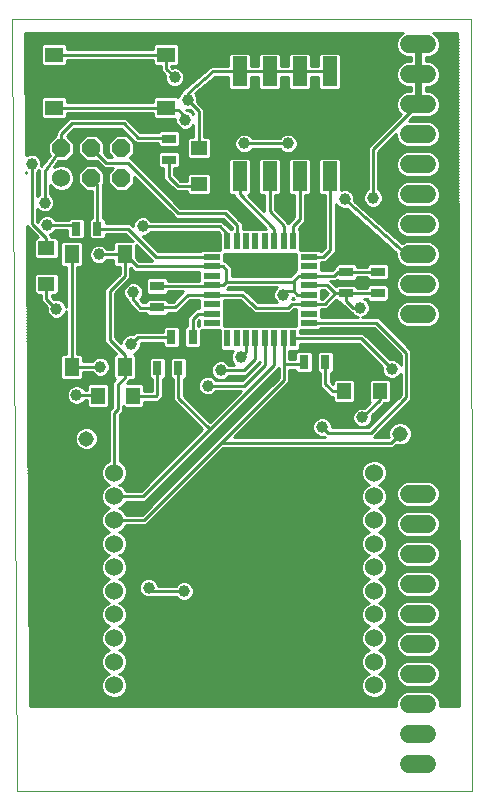
<source format=gtl>
G75*
%MOIN*%
%OFA0B0*%
%FSLAX25Y25*%
%IPPOS*%
%LPD*%
%AMOC8*
5,1,8,0,0,1.08239X$1,22.5*
%
%ADD10C,0.00000*%
%ADD11R,0.04724X0.03150*%
%ADD12R,0.04724X0.05512*%
%ADD13R,0.05512X0.04724*%
%ADD14R,0.03150X0.04724*%
%ADD15C,0.05150*%
%ADD16R,0.06102X0.05118*%
%ADD17R,0.05118X0.06102*%
%ADD18C,0.06000*%
%ADD19OC8,0.06000*%
%ADD20C,0.06000*%
%ADD21R,0.05000X0.10000*%
%ADD22R,0.05800X0.02000*%
%ADD23R,0.02000X0.05800*%
%ADD24C,0.01000*%
%ADD25C,0.03962*%
%ADD26C,0.02400*%
D10*
X0393333Y0001000D02*
X0391365Y0258087D01*
X0544514Y0258087D01*
X0544908Y0001000D01*
X0393333Y0001000D01*
D11*
X0439790Y0162181D03*
X0439790Y0169268D03*
X0502979Y0166827D03*
X0513412Y0166906D03*
X0513412Y0173992D03*
X0502979Y0173913D03*
X0443727Y0211315D03*
X0443727Y0218402D03*
D12*
X0431995Y0132732D03*
X0420184Y0132732D03*
X0502231Y0134228D03*
X0514042Y0134228D03*
D13*
X0403018Y0169976D03*
X0403018Y0181787D03*
X0453806Y0203362D03*
X0453806Y0215173D03*
D14*
X0419908Y0188402D03*
X0412822Y0188402D03*
X0444672Y0152181D03*
X0451759Y0152181D03*
X0446995Y0141945D03*
X0439908Y0141945D03*
X0488845Y0143913D03*
X0495932Y0143913D03*
D15*
X0520853Y0119976D03*
X0416286Y0118402D03*
D16*
X0405459Y0228638D03*
X0442861Y0228638D03*
X0442861Y0246354D03*
X0405459Y0246354D03*
D17*
X0411365Y0179780D03*
X0429081Y0179780D03*
X0429081Y0142378D03*
X0411365Y0142378D03*
D18*
X0425617Y0106984D03*
X0425617Y0099110D03*
X0425617Y0091236D03*
X0425617Y0083362D03*
X0425617Y0075488D03*
X0425617Y0067614D03*
X0425617Y0059740D03*
X0425617Y0051866D03*
X0425617Y0043992D03*
X0425617Y0036118D03*
X0512231Y0036118D03*
X0512231Y0043992D03*
X0512231Y0051866D03*
X0512231Y0059740D03*
X0512231Y0067614D03*
X0512231Y0075488D03*
X0512231Y0083362D03*
X0512231Y0091236D03*
X0512231Y0099110D03*
X0512231Y0106984D03*
X0407940Y0205213D03*
D19*
X0417940Y0205213D03*
X0427940Y0205213D03*
X0427940Y0215213D03*
X0417940Y0215213D03*
X0407940Y0215213D03*
D20*
X0523877Y0219819D02*
X0529877Y0219819D01*
X0529877Y0229819D02*
X0523877Y0229819D01*
X0523877Y0239819D02*
X0529877Y0239819D01*
X0529877Y0249819D02*
X0523877Y0249819D01*
X0523877Y0209819D02*
X0529877Y0209819D01*
X0529877Y0199819D02*
X0523877Y0199819D01*
X0523877Y0189819D02*
X0529877Y0189819D01*
X0529877Y0179819D02*
X0523877Y0179819D01*
X0523877Y0169819D02*
X0529877Y0169819D01*
X0529877Y0159819D02*
X0523877Y0159819D01*
X0523877Y0099937D02*
X0529877Y0099937D01*
X0529877Y0089937D02*
X0523877Y0089937D01*
X0523877Y0079937D02*
X0529877Y0079937D01*
X0529877Y0069937D02*
X0523877Y0069937D01*
X0523877Y0059937D02*
X0529877Y0059937D01*
X0529877Y0049937D02*
X0523877Y0049937D01*
X0523877Y0039937D02*
X0529877Y0039937D01*
X0529877Y0029937D02*
X0523877Y0029937D01*
X0523877Y0019937D02*
X0529877Y0019937D01*
X0529877Y0009937D02*
X0523877Y0009937D01*
D21*
X0497388Y0205744D03*
X0487388Y0205744D03*
X0477388Y0205744D03*
X0467388Y0205744D03*
X0467388Y0240744D03*
X0477388Y0240744D03*
X0487388Y0240744D03*
X0497388Y0240744D03*
D22*
X0490478Y0178969D03*
X0490478Y0175869D03*
X0490478Y0172669D03*
X0490478Y0169569D03*
X0490478Y0166369D03*
X0490478Y0163269D03*
X0490478Y0160069D03*
X0490478Y0156969D03*
X0458078Y0156969D03*
X0458078Y0160069D03*
X0458078Y0163269D03*
X0458078Y0166369D03*
X0458078Y0169569D03*
X0458078Y0172669D03*
X0458078Y0175869D03*
X0458078Y0178969D03*
D23*
X0463278Y0184169D03*
X0466378Y0184169D03*
X0469578Y0184169D03*
X0472678Y0184169D03*
X0475878Y0184169D03*
X0478978Y0184169D03*
X0482178Y0184169D03*
X0485278Y0184169D03*
X0485278Y0151769D03*
X0482178Y0151769D03*
X0478978Y0151769D03*
X0475878Y0151769D03*
X0472678Y0151769D03*
X0469578Y0151769D03*
X0466378Y0151769D03*
X0463278Y0151769D03*
D24*
X0460978Y0151775D02*
X0454633Y0151775D01*
X0454633Y0150777D02*
X0460978Y0150777D01*
X0460978Y0149778D02*
X0454633Y0149778D01*
X0454633Y0149280D02*
X0454633Y0154675D01*
X0454640Y0154669D01*
X0460978Y0154669D01*
X0460978Y0148330D01*
X0461740Y0147569D01*
X0464817Y0147569D01*
X0464828Y0147580D01*
X0464840Y0147569D01*
X0465183Y0147569D01*
X0464961Y0147347D01*
X0464462Y0146141D01*
X0464462Y0144836D01*
X0464961Y0143630D01*
X0465633Y0142957D01*
X0463856Y0142957D01*
X0463831Y0143016D01*
X0462908Y0143939D01*
X0461703Y0144439D01*
X0460397Y0144439D01*
X0459191Y0143939D01*
X0458268Y0143016D01*
X0457769Y0141810D01*
X0457769Y0140505D01*
X0458268Y0139299D01*
X0459191Y0138376D01*
X0460397Y0137876D01*
X0461703Y0137876D01*
X0462908Y0138376D01*
X0463831Y0139299D01*
X0463856Y0139357D01*
X0469669Y0139357D01*
X0470724Y0140412D01*
X0474078Y0143766D01*
X0474078Y0143739D01*
X0468178Y0137839D01*
X0459525Y0137839D01*
X0459501Y0137898D01*
X0458578Y0138821D01*
X0457372Y0139320D01*
X0456066Y0139320D01*
X0454861Y0138821D01*
X0453938Y0137898D01*
X0453438Y0136692D01*
X0453438Y0135387D01*
X0453938Y0134181D01*
X0454861Y0133258D01*
X0456066Y0132758D01*
X0457372Y0132758D01*
X0458578Y0133258D01*
X0459501Y0134181D01*
X0459525Y0134239D01*
X0467728Y0134239D01*
X0457507Y0124018D01*
X0448795Y0132730D01*
X0448795Y0138283D01*
X0449108Y0138283D01*
X0449870Y0139044D01*
X0449870Y0144846D01*
X0449108Y0145607D01*
X0444881Y0145607D01*
X0444120Y0144846D01*
X0444120Y0139044D01*
X0444881Y0138283D01*
X0445195Y0138283D01*
X0445195Y0131239D01*
X0454961Y0121472D01*
X0434399Y0100910D01*
X0429525Y0100910D01*
X0429262Y0101546D01*
X0428053Y0102756D01*
X0427348Y0103047D01*
X0428053Y0103339D01*
X0429262Y0104548D01*
X0429917Y0106129D01*
X0429917Y0107840D01*
X0429262Y0109420D01*
X0428053Y0110630D01*
X0427417Y0110893D01*
X0427417Y0126239D01*
X0427543Y0126365D01*
X0428598Y0127420D01*
X0428598Y0129173D01*
X0429094Y0128676D01*
X0434895Y0128676D01*
X0435657Y0129438D01*
X0435657Y0130696D01*
X0440142Y0130696D01*
X0440654Y0131208D01*
X0441708Y0132262D01*
X0441708Y0138283D01*
X0442021Y0138283D01*
X0442783Y0139044D01*
X0442783Y0144846D01*
X0442021Y0145607D01*
X0437795Y0145607D01*
X0437033Y0144846D01*
X0437033Y0139044D01*
X0437795Y0138283D01*
X0438108Y0138283D01*
X0438108Y0134296D01*
X0435657Y0134296D01*
X0435657Y0136027D01*
X0434895Y0136788D01*
X0429699Y0136788D01*
X0430881Y0137971D01*
X0430881Y0138027D01*
X0432179Y0138027D01*
X0432940Y0138788D01*
X0432940Y0145968D01*
X0432198Y0146710D01*
X0432987Y0147037D01*
X0433910Y0147960D01*
X0434410Y0149166D01*
X0434410Y0150381D01*
X0441797Y0150381D01*
X0441797Y0149280D01*
X0442559Y0148519D01*
X0446785Y0148519D01*
X0447547Y0149280D01*
X0447547Y0155082D01*
X0446785Y0155843D01*
X0442559Y0155843D01*
X0441797Y0155082D01*
X0441797Y0153981D01*
X0432745Y0153981D01*
X0431840Y0153076D01*
X0431781Y0153100D01*
X0430476Y0153100D01*
X0429270Y0152600D01*
X0428347Y0151677D01*
X0427848Y0150472D01*
X0427848Y0150134D01*
X0425842Y0152139D01*
X0425842Y0166790D01*
X0429906Y0170854D01*
X0430960Y0171908D01*
X0430960Y0175395D01*
X0431232Y0175123D01*
X0432286Y0174069D01*
X0453878Y0174069D01*
X0453878Y0171130D01*
X0453890Y0171119D01*
X0453878Y0171107D01*
X0453878Y0171068D01*
X0443452Y0171068D01*
X0443452Y0171381D01*
X0442691Y0172143D01*
X0436889Y0172143D01*
X0436128Y0171381D01*
X0436128Y0167154D01*
X0436889Y0166393D01*
X0442691Y0166393D01*
X0443452Y0167154D01*
X0443452Y0167468D01*
X0448594Y0167468D01*
X0448226Y0167100D01*
X0445107Y0163981D01*
X0443452Y0163981D01*
X0443452Y0164294D01*
X0442691Y0165056D01*
X0436889Y0165056D01*
X0436128Y0164294D01*
X0436128Y0163824D01*
X0435106Y0163824D01*
X0434244Y0164829D01*
X0434698Y0165283D01*
X0435197Y0166489D01*
X0435197Y0167794D01*
X0434698Y0169000D01*
X0433775Y0169923D01*
X0432569Y0170423D01*
X0431263Y0170423D01*
X0430057Y0169923D01*
X0429134Y0169000D01*
X0428635Y0167794D01*
X0428635Y0166489D01*
X0429134Y0165283D01*
X0430057Y0164360D01*
X0430078Y0164352D01*
X0430064Y0164174D01*
X0430116Y0164114D01*
X0430116Y0164034D01*
X0430594Y0163556D01*
X0432478Y0161358D01*
X0432478Y0161278D01*
X0432957Y0160800D01*
X0433397Y0160286D01*
X0433476Y0160280D01*
X0433533Y0160224D01*
X0434209Y0160224D01*
X0434884Y0160172D01*
X0434944Y0160224D01*
X0436128Y0160224D01*
X0436128Y0160068D01*
X0436889Y0159306D01*
X0442691Y0159306D01*
X0443452Y0160068D01*
X0443452Y0160381D01*
X0446599Y0160381D01*
X0450772Y0164554D01*
X0453878Y0164554D01*
X0453878Y0161868D01*
X0452837Y0161868D01*
X0451783Y0160814D01*
X0449959Y0158990D01*
X0449959Y0155843D01*
X0449645Y0155843D01*
X0448884Y0155082D01*
X0448884Y0149280D01*
X0449645Y0148519D01*
X0453872Y0148519D01*
X0454633Y0149280D01*
X0454133Y0148780D02*
X0460978Y0148780D01*
X0461527Y0147781D02*
X0433731Y0147781D01*
X0434250Y0148780D02*
X0442298Y0148780D01*
X0441797Y0149778D02*
X0434410Y0149778D01*
X0433491Y0152181D02*
X0444672Y0152181D01*
X0447547Y0151775D02*
X0448884Y0151775D01*
X0448884Y0150777D02*
X0447547Y0150777D01*
X0447547Y0149778D02*
X0448884Y0149778D01*
X0449384Y0148780D02*
X0447046Y0148780D01*
X0449870Y0144786D02*
X0464482Y0144786D01*
X0464462Y0145784D02*
X0432940Y0145784D01*
X0432940Y0144786D02*
X0437033Y0144786D01*
X0437033Y0143787D02*
X0432940Y0143787D01*
X0432940Y0142789D02*
X0437033Y0142789D01*
X0437033Y0141790D02*
X0432940Y0141790D01*
X0432940Y0140792D02*
X0437033Y0140792D01*
X0437033Y0139793D02*
X0432940Y0139793D01*
X0432940Y0138795D02*
X0437283Y0138795D01*
X0438108Y0137796D02*
X0430706Y0137796D01*
X0429708Y0136798D02*
X0438108Y0136798D01*
X0438108Y0135799D02*
X0435657Y0135799D01*
X0435657Y0134801D02*
X0438108Y0134801D01*
X0439908Y0133008D02*
X0439908Y0141945D01*
X0442783Y0141790D02*
X0444120Y0141790D01*
X0444120Y0140792D02*
X0442783Y0140792D01*
X0442783Y0139793D02*
X0444120Y0139793D01*
X0444370Y0138795D02*
X0442533Y0138795D01*
X0441708Y0137796D02*
X0445195Y0137796D01*
X0445195Y0136798D02*
X0441708Y0136798D01*
X0441708Y0135799D02*
X0445195Y0135799D01*
X0445195Y0134801D02*
X0441708Y0134801D01*
X0441708Y0133802D02*
X0445195Y0133802D01*
X0445195Y0132803D02*
X0441708Y0132803D01*
X0441251Y0131805D02*
X0445195Y0131805D01*
X0445627Y0130806D02*
X0440252Y0130806D01*
X0439396Y0132496D02*
X0439908Y0133008D01*
X0439396Y0132496D02*
X0431916Y0132496D01*
X0430459Y0133953D01*
X0431995Y0132732D01*
X0431050Y0132890D01*
X0426798Y0136433D02*
X0426798Y0128165D01*
X0425617Y0126984D01*
X0425617Y0106984D01*
X0429917Y0106842D02*
X0440331Y0106842D01*
X0441329Y0107841D02*
X0429916Y0107841D01*
X0429503Y0108839D02*
X0442328Y0108839D01*
X0443326Y0109838D02*
X0428844Y0109838D01*
X0427554Y0110836D02*
X0444325Y0110836D01*
X0445323Y0111835D02*
X0427417Y0111835D01*
X0427417Y0112833D02*
X0446322Y0112833D01*
X0447320Y0113832D02*
X0427417Y0113832D01*
X0427417Y0114830D02*
X0448319Y0114830D01*
X0449317Y0115829D02*
X0427417Y0115829D01*
X0427417Y0116827D02*
X0450316Y0116827D01*
X0451314Y0117826D02*
X0427417Y0117826D01*
X0427417Y0118824D02*
X0452313Y0118824D01*
X0453311Y0119823D02*
X0427417Y0119823D01*
X0427417Y0120821D02*
X0454310Y0120821D01*
X0454614Y0121820D02*
X0427417Y0121820D01*
X0427417Y0122818D02*
X0453615Y0122818D01*
X0452617Y0123817D02*
X0427417Y0123817D01*
X0427417Y0124815D02*
X0451618Y0124815D01*
X0450619Y0125814D02*
X0427417Y0125814D01*
X0427991Y0126812D02*
X0449621Y0126812D01*
X0448622Y0127811D02*
X0428598Y0127811D01*
X0428598Y0128809D02*
X0428961Y0128809D01*
X0424998Y0128911D02*
X0423817Y0127730D01*
X0423817Y0110893D01*
X0423181Y0110630D01*
X0421971Y0109420D01*
X0421317Y0107840D01*
X0421317Y0106129D01*
X0421971Y0104548D01*
X0423181Y0103339D01*
X0423885Y0103047D01*
X0423181Y0102756D01*
X0421971Y0101546D01*
X0421317Y0099966D01*
X0421317Y0098255D01*
X0421971Y0096674D01*
X0423181Y0095465D01*
X0423885Y0095173D01*
X0423181Y0094882D01*
X0421971Y0093672D01*
X0421317Y0092092D01*
X0421317Y0090381D01*
X0421971Y0088800D01*
X0423181Y0087591D01*
X0423885Y0087299D01*
X0423181Y0087008D01*
X0421971Y0085798D01*
X0421317Y0084218D01*
X0421317Y0082507D01*
X0421971Y0080926D01*
X0423181Y0079717D01*
X0423885Y0079425D01*
X0423181Y0079134D01*
X0421971Y0077924D01*
X0421317Y0076344D01*
X0421317Y0074633D01*
X0421971Y0073052D01*
X0423181Y0071843D01*
X0423885Y0071551D01*
X0423181Y0071260D01*
X0421971Y0070050D01*
X0421317Y0068469D01*
X0421317Y0066759D01*
X0421971Y0065178D01*
X0423181Y0063969D01*
X0423885Y0063677D01*
X0423181Y0063386D01*
X0421971Y0062176D01*
X0421317Y0060595D01*
X0421317Y0058885D01*
X0421971Y0057304D01*
X0423181Y0056095D01*
X0423885Y0055803D01*
X0423181Y0055511D01*
X0421971Y0054302D01*
X0421317Y0052721D01*
X0421317Y0051011D01*
X0421971Y0049430D01*
X0423181Y0048221D01*
X0423885Y0047929D01*
X0423181Y0047637D01*
X0421971Y0046428D01*
X0421317Y0044847D01*
X0421317Y0043137D01*
X0421971Y0041556D01*
X0423181Y0040347D01*
X0423885Y0040055D01*
X0423181Y0039763D01*
X0421971Y0038554D01*
X0421317Y0036973D01*
X0421317Y0035263D01*
X0421971Y0033682D01*
X0423181Y0032473D01*
X0424761Y0031818D01*
X0426472Y0031818D01*
X0428053Y0032473D01*
X0429262Y0033682D01*
X0429917Y0035263D01*
X0429917Y0036973D01*
X0429262Y0038554D01*
X0428053Y0039763D01*
X0427348Y0040055D01*
X0428053Y0040347D01*
X0429262Y0041556D01*
X0429917Y0043137D01*
X0429917Y0044847D01*
X0429262Y0046428D01*
X0428053Y0047637D01*
X0427348Y0047929D01*
X0428053Y0048221D01*
X0429262Y0049430D01*
X0429917Y0051011D01*
X0429917Y0052721D01*
X0429262Y0054302D01*
X0428053Y0055511D01*
X0427348Y0055803D01*
X0428053Y0056095D01*
X0429262Y0057304D01*
X0429917Y0058885D01*
X0429917Y0060595D01*
X0429262Y0062176D01*
X0428053Y0063386D01*
X0427348Y0063677D01*
X0428053Y0063969D01*
X0429262Y0065178D01*
X0429917Y0066759D01*
X0429917Y0068469D01*
X0429262Y0070050D01*
X0428053Y0071260D01*
X0427348Y0071551D01*
X0428053Y0071843D01*
X0429262Y0073052D01*
X0429917Y0074633D01*
X0429917Y0076344D01*
X0429262Y0077924D01*
X0428053Y0079134D01*
X0427348Y0079425D01*
X0428053Y0079717D01*
X0429262Y0080926D01*
X0429917Y0082507D01*
X0429917Y0084218D01*
X0429262Y0085798D01*
X0428053Y0087008D01*
X0427348Y0087299D01*
X0428053Y0087591D01*
X0429262Y0088800D01*
X0429525Y0089436D01*
X0436284Y0089436D01*
X0461992Y0115145D01*
X0518567Y0115145D01*
X0519622Y0116199D01*
X0519687Y0116265D01*
X0520082Y0116102D01*
X0521624Y0116102D01*
X0523048Y0116691D01*
X0524138Y0117781D01*
X0524728Y0119206D01*
X0524728Y0120747D01*
X0524138Y0122171D01*
X0523048Y0123261D01*
X0521624Y0123851D01*
X0520082Y0123851D01*
X0518658Y0123261D01*
X0517568Y0122171D01*
X0516978Y0120747D01*
X0516978Y0119206D01*
X0517142Y0118811D01*
X0517076Y0118745D01*
X0512049Y0118745D01*
X0523606Y0130302D01*
X0524661Y0131357D01*
X0524661Y0147809D01*
X0513701Y0158768D01*
X0508222Y0158768D01*
X0509365Y0159242D01*
X0510288Y0160165D01*
X0510788Y0161371D01*
X0510788Y0162676D01*
X0510288Y0163882D01*
X0509365Y0164805D01*
X0508830Y0165027D01*
X0509750Y0165027D01*
X0509750Y0164792D01*
X0510511Y0164031D01*
X0516313Y0164031D01*
X0517074Y0164792D01*
X0517074Y0169019D01*
X0516313Y0169780D01*
X0510511Y0169780D01*
X0509750Y0169019D01*
X0509750Y0168627D01*
X0506641Y0168627D01*
X0506641Y0168940D01*
X0505880Y0169702D01*
X0500078Y0169702D01*
X0499455Y0169078D01*
X0497664Y0170869D01*
X0499606Y0170869D01*
X0499927Y0171190D01*
X0500078Y0171039D01*
X0505880Y0171039D01*
X0506641Y0171800D01*
X0506641Y0172113D01*
X0509750Y0172113D01*
X0509750Y0171879D01*
X0510511Y0171117D01*
X0516313Y0171117D01*
X0517074Y0171879D01*
X0517074Y0176105D01*
X0516313Y0176867D01*
X0510511Y0176867D01*
X0509750Y0176105D01*
X0509750Y0175713D01*
X0506641Y0175713D01*
X0506641Y0176027D01*
X0505880Y0176788D01*
X0500078Y0176788D01*
X0499317Y0176027D01*
X0499317Y0175635D01*
X0499281Y0175635D01*
X0498226Y0174580D01*
X0498115Y0174468D01*
X0494678Y0174468D01*
X0494678Y0177169D01*
X0496063Y0177169D01*
X0498410Y0179515D01*
X0499464Y0180569D01*
X0499464Y0196730D01*
X0499607Y0196385D01*
X0500530Y0195463D01*
X0501736Y0194963D01*
X0503041Y0194963D01*
X0503243Y0195046D01*
X0519577Y0180289D01*
X0519577Y0178964D01*
X0520231Y0177383D01*
X0521441Y0176174D01*
X0523021Y0175519D01*
X0530732Y0175519D01*
X0532312Y0176174D01*
X0533522Y0177383D01*
X0534177Y0178964D01*
X0534177Y0180674D01*
X0533522Y0182255D01*
X0532312Y0183464D01*
X0530732Y0184119D01*
X0523021Y0184119D01*
X0521441Y0183464D01*
X0521437Y0183460D01*
X0505670Y0197706D01*
X0505670Y0198897D01*
X0505170Y0200103D01*
X0504247Y0201026D01*
X0503041Y0201525D01*
X0501736Y0201525D01*
X0501188Y0201298D01*
X0501188Y0211283D01*
X0500427Y0212044D01*
X0494350Y0212044D01*
X0493588Y0211283D01*
X0493588Y0200206D01*
X0494350Y0199444D01*
X0495864Y0199444D01*
X0495864Y0182061D01*
X0494572Y0180768D01*
X0494417Y0180768D01*
X0493917Y0181268D01*
X0487578Y0181268D01*
X0487578Y0187607D01*
X0487078Y0188107D01*
X0487078Y0188656D01*
X0488134Y0189712D01*
X0489188Y0190766D01*
X0489188Y0199444D01*
X0490427Y0199444D01*
X0491188Y0200206D01*
X0491188Y0211283D01*
X0490427Y0212044D01*
X0484350Y0212044D01*
X0483588Y0211283D01*
X0483588Y0200206D01*
X0484350Y0199444D01*
X0485588Y0199444D01*
X0485588Y0192257D01*
X0483688Y0190357D01*
X0479188Y0194856D01*
X0479188Y0199444D01*
X0480427Y0199444D01*
X0481188Y0200206D01*
X0481188Y0211283D01*
X0480427Y0212044D01*
X0474350Y0212044D01*
X0473588Y0211283D01*
X0473588Y0200206D01*
X0474350Y0199444D01*
X0475588Y0199444D01*
X0475588Y0194125D01*
X0470269Y0199444D01*
X0470427Y0199444D01*
X0471188Y0200206D01*
X0471188Y0211283D01*
X0470427Y0212044D01*
X0464350Y0212044D01*
X0463588Y0211283D01*
X0463588Y0200206D01*
X0464350Y0199444D01*
X0465588Y0199444D01*
X0465588Y0199034D01*
X0466643Y0197980D01*
X0476254Y0188368D01*
X0474340Y0188368D01*
X0474278Y0188307D01*
X0474217Y0188368D01*
X0471140Y0188368D01*
X0471128Y0188357D01*
X0471117Y0188368D01*
X0468362Y0188368D01*
X0468362Y0190328D01*
X0467307Y0191383D01*
X0463370Y0195320D01*
X0447622Y0195320D01*
X0431826Y0211116D01*
X0430875Y0212067D01*
X0432240Y0213431D01*
X0432240Y0216994D01*
X0429721Y0219513D01*
X0426159Y0219513D01*
X0423640Y0216994D01*
X0423640Y0213431D01*
X0424901Y0212170D01*
X0423528Y0212170D01*
X0422240Y0213458D01*
X0422240Y0216994D01*
X0419721Y0219513D01*
X0416159Y0219513D01*
X0413640Y0216994D01*
X0413640Y0213431D01*
X0416159Y0210913D01*
X0419694Y0210913D01*
X0422037Y0208570D01*
X0425216Y0208570D01*
X0423640Y0206994D01*
X0423640Y0203431D01*
X0426159Y0200913D01*
X0429721Y0200913D01*
X0432240Y0203431D01*
X0432240Y0205611D01*
X0445077Y0192774D01*
X0446131Y0191720D01*
X0461879Y0191720D01*
X0464762Y0188837D01*
X0464762Y0188368D01*
X0464140Y0188368D01*
X0464024Y0188485D01*
X0462496Y0190013D01*
X0461441Y0191068D01*
X0459950Y0191068D01*
X0459871Y0190989D01*
X0437871Y0190989D01*
X0437847Y0191048D01*
X0436924Y0191971D01*
X0435718Y0192470D01*
X0434413Y0192470D01*
X0433207Y0191971D01*
X0432284Y0191048D01*
X0431785Y0189842D01*
X0431785Y0189189D01*
X0430772Y0190202D01*
X0422783Y0190202D01*
X0422783Y0191302D01*
X0422021Y0192064D01*
X0421708Y0192064D01*
X0421708Y0202900D01*
X0422240Y0203431D01*
X0422240Y0206994D01*
X0419721Y0209513D01*
X0416159Y0209513D01*
X0413640Y0206994D01*
X0413640Y0203431D01*
X0416159Y0200913D01*
X0418108Y0200913D01*
X0418108Y0192064D01*
X0417795Y0192064D01*
X0417033Y0191302D01*
X0417033Y0185501D01*
X0417795Y0184739D01*
X0422021Y0184739D01*
X0422783Y0185501D01*
X0422783Y0186602D01*
X0429281Y0186602D01*
X0431752Y0184131D01*
X0425984Y0184131D01*
X0425222Y0183369D01*
X0425222Y0181552D01*
X0423523Y0181540D01*
X0423305Y0181540D01*
X0423280Y0181599D01*
X0422357Y0182522D01*
X0421151Y0183021D01*
X0419846Y0183021D01*
X0418640Y0182522D01*
X0417717Y0181599D01*
X0417218Y0180393D01*
X0417218Y0179087D01*
X0417717Y0177882D01*
X0418640Y0176959D01*
X0419846Y0176459D01*
X0421151Y0176459D01*
X0422357Y0176959D01*
X0423280Y0177882D01*
X0423304Y0177939D01*
X0423536Y0177940D01*
X0424276Y0177940D01*
X0424281Y0177945D01*
X0425222Y0177952D01*
X0425222Y0176190D01*
X0425984Y0175428D01*
X0427360Y0175428D01*
X0427360Y0173399D01*
X0422242Y0168281D01*
X0422242Y0150648D01*
X0423296Y0149594D01*
X0426161Y0146729D01*
X0425984Y0146729D01*
X0425222Y0145968D01*
X0425222Y0138788D01*
X0425915Y0138096D01*
X0424998Y0137179D01*
X0424998Y0128911D01*
X0424896Y0128809D02*
X0423217Y0128809D01*
X0423084Y0128676D02*
X0423846Y0129438D01*
X0423846Y0136027D01*
X0423084Y0136788D01*
X0417283Y0136788D01*
X0416522Y0136027D01*
X0416522Y0134690D01*
X0415824Y0134690D01*
X0415800Y0134748D01*
X0414877Y0135671D01*
X0413671Y0136171D01*
X0412366Y0136171D01*
X0411160Y0135671D01*
X0410237Y0134748D01*
X0409737Y0133542D01*
X0409737Y0132237D01*
X0410237Y0131031D01*
X0411160Y0130108D01*
X0412366Y0129609D01*
X0413671Y0129609D01*
X0414877Y0130108D01*
X0415800Y0131031D01*
X0415824Y0131090D01*
X0416522Y0131090D01*
X0416522Y0129438D01*
X0417283Y0128676D01*
X0423084Y0128676D01*
X0423898Y0127811D02*
X0396862Y0127811D01*
X0396855Y0128809D02*
X0417150Y0128809D01*
X0416522Y0129808D02*
X0414152Y0129808D01*
X0415575Y0130806D02*
X0416522Y0130806D01*
X0416522Y0134801D02*
X0415748Y0134801D01*
X0416522Y0135799D02*
X0414569Y0135799D01*
X0414462Y0138027D02*
X0408267Y0138027D01*
X0407506Y0138788D01*
X0407506Y0145968D01*
X0408267Y0146729D01*
X0409565Y0146729D01*
X0409565Y0160877D01*
X0409107Y0159771D01*
X0408184Y0158848D01*
X0406978Y0158349D01*
X0405673Y0158349D01*
X0404467Y0158848D01*
X0403544Y0159771D01*
X0403044Y0160977D01*
X0403044Y0162283D01*
X0403069Y0162341D01*
X0402273Y0163137D01*
X0401218Y0164191D01*
X0401218Y0166314D01*
X0399724Y0166314D01*
X0398962Y0167076D01*
X0398962Y0172877D01*
X0399724Y0173639D01*
X0406313Y0173639D01*
X0407074Y0172877D01*
X0407074Y0167076D01*
X0406313Y0166314D01*
X0404818Y0166314D01*
X0404818Y0165683D01*
X0405614Y0164887D01*
X0405673Y0164911D01*
X0406978Y0164911D01*
X0408184Y0164411D01*
X0409107Y0163489D01*
X0409565Y0162383D01*
X0409565Y0175428D01*
X0408267Y0175428D01*
X0407506Y0176190D01*
X0407506Y0183369D01*
X0408267Y0184131D01*
X0414462Y0184131D01*
X0415224Y0183369D01*
X0415224Y0176190D01*
X0414462Y0175428D01*
X0413165Y0175428D01*
X0413165Y0146729D01*
X0414462Y0146729D01*
X0415224Y0145968D01*
X0415224Y0144178D01*
X0418103Y0144178D01*
X0418111Y0144197D01*
X0419034Y0145120D01*
X0420240Y0145620D01*
X0421545Y0145620D01*
X0422751Y0145120D01*
X0423674Y0144197D01*
X0424173Y0142991D01*
X0424173Y0141686D01*
X0423674Y0140480D01*
X0422751Y0139557D01*
X0421545Y0139057D01*
X0420240Y0139057D01*
X0419034Y0139557D01*
X0418111Y0140480D01*
X0418070Y0140578D01*
X0415224Y0140578D01*
X0415224Y0138788D01*
X0414462Y0138027D01*
X0415224Y0138795D02*
X0425222Y0138795D01*
X0425222Y0139793D02*
X0422987Y0139793D01*
X0423803Y0140792D02*
X0425222Y0140792D01*
X0425222Y0141790D02*
X0424173Y0141790D01*
X0424173Y0142789D02*
X0425222Y0142789D01*
X0425222Y0143787D02*
X0423844Y0143787D01*
X0423085Y0144786D02*
X0425222Y0144786D01*
X0425222Y0145784D02*
X0415224Y0145784D01*
X0415224Y0144786D02*
X0418699Y0144786D01*
X0420853Y0142378D02*
X0411365Y0142378D01*
X0411365Y0179780D01*
X0415224Y0179734D02*
X0417218Y0179734D01*
X0417358Y0180732D02*
X0415224Y0180732D01*
X0415224Y0181731D02*
X0417849Y0181731D01*
X0419141Y0182729D02*
X0415224Y0182729D01*
X0414865Y0183728D02*
X0425581Y0183728D01*
X0425222Y0182729D02*
X0421857Y0182729D01*
X0423148Y0181731D02*
X0425222Y0181731D01*
X0423530Y0179740D02*
X0420499Y0179740D01*
X0423530Y0179740D02*
X0429081Y0179780D01*
X0429160Y0179701D01*
X0429160Y0172654D01*
X0424042Y0167535D01*
X0424042Y0151394D01*
X0429081Y0146354D01*
X0429081Y0142378D01*
X0429081Y0138717D01*
X0426798Y0136433D01*
X0425615Y0137796D02*
X0396786Y0137796D01*
X0396794Y0136798D02*
X0424998Y0136798D01*
X0424998Y0135799D02*
X0423846Y0135799D01*
X0423846Y0134801D02*
X0424998Y0134801D01*
X0424998Y0133802D02*
X0423846Y0133802D01*
X0423846Y0132803D02*
X0424998Y0132803D01*
X0424998Y0131805D02*
X0423846Y0131805D01*
X0423846Y0130806D02*
X0424998Y0130806D01*
X0424998Y0129808D02*
X0423846Y0129808D01*
X0423817Y0126812D02*
X0396870Y0126812D01*
X0396878Y0125814D02*
X0423817Y0125814D01*
X0423817Y0124815D02*
X0396885Y0124815D01*
X0396893Y0123817D02*
X0423817Y0123817D01*
X0423817Y0122818D02*
X0396901Y0122818D01*
X0396908Y0121820D02*
X0414413Y0121820D01*
X0414091Y0121686D02*
X0413001Y0120596D01*
X0412411Y0119172D01*
X0412411Y0117631D01*
X0413001Y0116207D01*
X0414091Y0115117D01*
X0415515Y0114527D01*
X0417057Y0114527D01*
X0418481Y0115117D01*
X0419571Y0116207D01*
X0420161Y0117631D01*
X0420161Y0119172D01*
X0419571Y0120596D01*
X0418481Y0121686D01*
X0417057Y0122276D01*
X0415515Y0122276D01*
X0414091Y0121686D01*
X0413226Y0120821D02*
X0396916Y0120821D01*
X0396924Y0119823D02*
X0412681Y0119823D01*
X0412411Y0118824D02*
X0396931Y0118824D01*
X0396939Y0117826D02*
X0412411Y0117826D01*
X0412744Y0116827D02*
X0396947Y0116827D01*
X0396954Y0115829D02*
X0413379Y0115829D01*
X0414783Y0114830D02*
X0396962Y0114830D01*
X0396969Y0113832D02*
X0423817Y0113832D01*
X0423817Y0114830D02*
X0417790Y0114830D01*
X0419193Y0115829D02*
X0423817Y0115829D01*
X0423817Y0116827D02*
X0419828Y0116827D01*
X0420161Y0117826D02*
X0423817Y0117826D01*
X0423817Y0118824D02*
X0420161Y0118824D01*
X0419891Y0119823D02*
X0423817Y0119823D01*
X0423817Y0120821D02*
X0419346Y0120821D01*
X0418159Y0121820D02*
X0423817Y0121820D01*
X0435028Y0128809D02*
X0447624Y0128809D01*
X0446625Y0129808D02*
X0435657Y0129808D01*
X0446995Y0131984D02*
X0457507Y0121472D01*
X0435144Y0099110D01*
X0425617Y0099110D01*
X0421684Y0100851D02*
X0397069Y0100851D01*
X0397077Y0099853D02*
X0421317Y0099853D01*
X0421317Y0098854D02*
X0397084Y0098854D01*
X0397092Y0097856D02*
X0421482Y0097856D01*
X0421896Y0096857D02*
X0397099Y0096857D01*
X0397107Y0095859D02*
X0422787Y0095859D01*
X0423160Y0094860D02*
X0397115Y0094860D01*
X0397122Y0093862D02*
X0422161Y0093862D01*
X0421636Y0092863D02*
X0397130Y0092863D01*
X0397138Y0091865D02*
X0421317Y0091865D01*
X0421317Y0090866D02*
X0397145Y0090866D01*
X0397153Y0089868D02*
X0421529Y0089868D01*
X0421943Y0088869D02*
X0397161Y0088869D01*
X0397168Y0087870D02*
X0422901Y0087870D01*
X0423045Y0086872D02*
X0397176Y0086872D01*
X0397184Y0085873D02*
X0422047Y0085873D01*
X0421589Y0084875D02*
X0397191Y0084875D01*
X0397199Y0083876D02*
X0421317Y0083876D01*
X0421317Y0082878D02*
X0397207Y0082878D01*
X0397214Y0081879D02*
X0421577Y0081879D01*
X0422017Y0080881D02*
X0397222Y0080881D01*
X0397229Y0079882D02*
X0423015Y0079882D01*
X0422931Y0078884D02*
X0397237Y0078884D01*
X0397245Y0077885D02*
X0421955Y0077885D01*
X0421542Y0076887D02*
X0397252Y0076887D01*
X0397260Y0075888D02*
X0421317Y0075888D01*
X0421317Y0074890D02*
X0397268Y0074890D01*
X0397275Y0073891D02*
X0421624Y0073891D01*
X0422131Y0072893D02*
X0397283Y0072893D01*
X0397291Y0071894D02*
X0423130Y0071894D01*
X0422817Y0070896D02*
X0397298Y0070896D01*
X0397306Y0069897D02*
X0421908Y0069897D01*
X0421495Y0068899D02*
X0397314Y0068899D01*
X0397321Y0067900D02*
X0421317Y0067900D01*
X0421317Y0066902D02*
X0397329Y0066902D01*
X0397336Y0065903D02*
X0421671Y0065903D01*
X0422245Y0064905D02*
X0397344Y0064905D01*
X0397352Y0063906D02*
X0423332Y0063906D01*
X0422703Y0062908D02*
X0397359Y0062908D01*
X0397367Y0061909D02*
X0421861Y0061909D01*
X0421447Y0060911D02*
X0397375Y0060911D01*
X0397382Y0059912D02*
X0421317Y0059912D01*
X0421317Y0058914D02*
X0397390Y0058914D01*
X0397398Y0057915D02*
X0421718Y0057915D01*
X0422359Y0056917D02*
X0397405Y0056917D01*
X0397413Y0055918D02*
X0423608Y0055918D01*
X0422589Y0054920D02*
X0397421Y0054920D01*
X0397428Y0053921D02*
X0421814Y0053921D01*
X0421400Y0052923D02*
X0397436Y0052923D01*
X0397444Y0051924D02*
X0421317Y0051924D01*
X0421352Y0050926D02*
X0397451Y0050926D01*
X0397459Y0049927D02*
X0421766Y0049927D01*
X0422473Y0048929D02*
X0397466Y0048929D01*
X0397474Y0047930D02*
X0423883Y0047930D01*
X0422475Y0046932D02*
X0397482Y0046932D01*
X0397489Y0045933D02*
X0421766Y0045933D01*
X0421353Y0044934D02*
X0397497Y0044934D01*
X0397505Y0043936D02*
X0421317Y0043936D01*
X0421399Y0042937D02*
X0397512Y0042937D01*
X0397520Y0041939D02*
X0421813Y0041939D01*
X0422587Y0040940D02*
X0397528Y0040940D01*
X0397535Y0039942D02*
X0423612Y0039942D01*
X0422361Y0038943D02*
X0397543Y0038943D01*
X0397551Y0037945D02*
X0421719Y0037945D01*
X0421317Y0036946D02*
X0397558Y0036946D01*
X0397566Y0035948D02*
X0421317Y0035948D01*
X0421447Y0034949D02*
X0397573Y0034949D01*
X0397581Y0033951D02*
X0421860Y0033951D01*
X0422701Y0032952D02*
X0397589Y0032952D01*
X0397596Y0031954D02*
X0424434Y0031954D01*
X0426800Y0031954D02*
X0511048Y0031954D01*
X0511376Y0031818D02*
X0513086Y0031818D01*
X0514667Y0032473D01*
X0515876Y0033682D01*
X0516531Y0035263D01*
X0516531Y0036973D01*
X0515876Y0038554D01*
X0514667Y0039763D01*
X0513963Y0040055D01*
X0514667Y0040347D01*
X0515876Y0041556D01*
X0516531Y0043137D01*
X0516531Y0044847D01*
X0515876Y0046428D01*
X0514667Y0047637D01*
X0513963Y0047929D01*
X0514667Y0048221D01*
X0515876Y0049430D01*
X0516531Y0051011D01*
X0516531Y0052721D01*
X0515876Y0054302D01*
X0514667Y0055511D01*
X0513963Y0055803D01*
X0514667Y0056095D01*
X0515876Y0057304D01*
X0516531Y0058885D01*
X0516531Y0060595D01*
X0515876Y0062176D01*
X0514667Y0063386D01*
X0513963Y0063677D01*
X0514667Y0063969D01*
X0515876Y0065178D01*
X0516531Y0066759D01*
X0516531Y0068469D01*
X0515876Y0070050D01*
X0514667Y0071260D01*
X0513963Y0071551D01*
X0514667Y0071843D01*
X0515876Y0073052D01*
X0516531Y0074633D01*
X0516531Y0076344D01*
X0515876Y0077924D01*
X0514667Y0079134D01*
X0513963Y0079425D01*
X0514667Y0079717D01*
X0515876Y0080926D01*
X0516531Y0082507D01*
X0516531Y0084218D01*
X0515876Y0085798D01*
X0514667Y0087008D01*
X0513963Y0087299D01*
X0514667Y0087591D01*
X0515876Y0088800D01*
X0516531Y0090381D01*
X0516531Y0092092D01*
X0515876Y0093672D01*
X0514667Y0094882D01*
X0513963Y0095173D01*
X0514667Y0095465D01*
X0515876Y0096674D01*
X0516531Y0098255D01*
X0516531Y0099966D01*
X0515876Y0101546D01*
X0514667Y0102756D01*
X0513963Y0103047D01*
X0514667Y0103339D01*
X0515876Y0104548D01*
X0516531Y0106129D01*
X0516531Y0107840D01*
X0515876Y0109420D01*
X0514667Y0110630D01*
X0513086Y0111284D01*
X0511376Y0111284D01*
X0509795Y0110630D01*
X0508586Y0109420D01*
X0507931Y0107840D01*
X0507931Y0106129D01*
X0508586Y0104548D01*
X0509795Y0103339D01*
X0510499Y0103047D01*
X0509795Y0102756D01*
X0508586Y0101546D01*
X0507931Y0099966D01*
X0507931Y0098255D01*
X0508586Y0096674D01*
X0509795Y0095465D01*
X0510499Y0095173D01*
X0509795Y0094882D01*
X0508586Y0093672D01*
X0507931Y0092092D01*
X0507931Y0090381D01*
X0508586Y0088800D01*
X0509795Y0087591D01*
X0510499Y0087299D01*
X0509795Y0087008D01*
X0508586Y0085798D01*
X0507931Y0084218D01*
X0507931Y0082507D01*
X0508586Y0080926D01*
X0509795Y0079717D01*
X0510499Y0079425D01*
X0509795Y0079134D01*
X0508586Y0077924D01*
X0507931Y0076344D01*
X0507931Y0074633D01*
X0508586Y0073052D01*
X0509795Y0071843D01*
X0510499Y0071551D01*
X0509795Y0071260D01*
X0508586Y0070050D01*
X0507931Y0068469D01*
X0507931Y0066759D01*
X0508586Y0065178D01*
X0509795Y0063969D01*
X0510499Y0063677D01*
X0509795Y0063386D01*
X0508586Y0062176D01*
X0507931Y0060595D01*
X0507931Y0058885D01*
X0508586Y0057304D01*
X0509795Y0056095D01*
X0510499Y0055803D01*
X0509795Y0055511D01*
X0508586Y0054302D01*
X0507931Y0052721D01*
X0507931Y0051011D01*
X0508586Y0049430D01*
X0509795Y0048221D01*
X0510499Y0047929D01*
X0509795Y0047637D01*
X0508586Y0046428D01*
X0507931Y0044847D01*
X0507931Y0043137D01*
X0508586Y0041556D01*
X0509795Y0040347D01*
X0510499Y0040055D01*
X0509795Y0039763D01*
X0508586Y0038554D01*
X0507931Y0036973D01*
X0507931Y0035263D01*
X0508586Y0033682D01*
X0509795Y0032473D01*
X0511376Y0031818D01*
X0513414Y0031954D02*
X0520058Y0031954D01*
X0520231Y0032373D02*
X0519577Y0030792D01*
X0519577Y0029346D01*
X0397616Y0029346D01*
X0396393Y0189095D01*
X0400039Y0185450D01*
X0399724Y0185450D01*
X0398962Y0184688D01*
X0398962Y0178887D01*
X0399724Y0178125D01*
X0406313Y0178125D01*
X0407074Y0178887D01*
X0407074Y0184688D01*
X0406313Y0185450D01*
X0404582Y0185450D01*
X0404582Y0185998D01*
X0404146Y0186433D01*
X0405034Y0186801D01*
X0405957Y0187724D01*
X0405982Y0187783D01*
X0409947Y0187783D01*
X0409947Y0185501D01*
X0410708Y0184739D01*
X0414935Y0184739D01*
X0415696Y0185501D01*
X0415696Y0191302D01*
X0414935Y0192064D01*
X0410708Y0192064D01*
X0410027Y0191383D01*
X0405982Y0191383D01*
X0405957Y0191441D01*
X0405034Y0192364D01*
X0403828Y0192864D01*
X0402523Y0192864D01*
X0401317Y0192364D01*
X0400394Y0191441D01*
X0400026Y0190553D01*
X0399858Y0190722D01*
X0399858Y0194954D01*
X0400530Y0194281D01*
X0401736Y0193782D01*
X0403041Y0193782D01*
X0404247Y0194281D01*
X0405170Y0195204D01*
X0405670Y0196410D01*
X0405670Y0197716D01*
X0405170Y0198922D01*
X0404247Y0199845D01*
X0404188Y0199869D01*
X0404188Y0203032D01*
X0404294Y0202777D01*
X0405504Y0201567D01*
X0407084Y0200913D01*
X0408795Y0200913D01*
X0410375Y0201567D01*
X0411585Y0202777D01*
X0412240Y0204357D01*
X0412240Y0206068D01*
X0411585Y0207648D01*
X0410375Y0208858D01*
X0408795Y0209513D01*
X0407084Y0209513D01*
X0405504Y0208858D01*
X0405435Y0208789D01*
X0407003Y0210913D01*
X0409721Y0210913D01*
X0412240Y0213431D01*
X0412240Y0216994D01*
X0409891Y0219343D01*
X0412189Y0221641D01*
X0428021Y0221641D01*
X0432745Y0216917D01*
X0440065Y0216917D01*
X0440065Y0216288D01*
X0440826Y0215527D01*
X0446628Y0215527D01*
X0447389Y0216288D01*
X0447389Y0220515D01*
X0446628Y0221276D01*
X0440826Y0221276D01*
X0440066Y0220517D01*
X0434236Y0220517D01*
X0429512Y0225241D01*
X0410698Y0225241D01*
X0409644Y0224187D01*
X0409644Y0224187D01*
X0406140Y0220683D01*
X0406140Y0219494D01*
X0403640Y0216994D01*
X0403640Y0213431D01*
X0404070Y0213001D01*
X0401244Y0209173D01*
X0401339Y0209402D01*
X0401339Y0210708D01*
X0400839Y0211914D01*
X0399916Y0212837D01*
X0398710Y0213336D01*
X0397405Y0213336D01*
X0396211Y0212842D01*
X0395899Y0253587D01*
X0521736Y0253587D01*
X0521441Y0253464D01*
X0520231Y0252255D01*
X0519577Y0250674D01*
X0519577Y0248964D01*
X0520231Y0247383D01*
X0521441Y0246174D01*
X0523021Y0245519D01*
X0524377Y0245519D01*
X0524377Y0244119D01*
X0523021Y0244119D01*
X0521441Y0243464D01*
X0520231Y0242255D01*
X0519577Y0240674D01*
X0519577Y0238964D01*
X0520231Y0237383D01*
X0521441Y0236174D01*
X0523021Y0235519D01*
X0524377Y0235519D01*
X0524377Y0234119D01*
X0523021Y0234119D01*
X0521441Y0233464D01*
X0520231Y0232255D01*
X0519577Y0230674D01*
X0519577Y0228964D01*
X0520231Y0227383D01*
X0521063Y0226551D01*
X0511092Y0216580D01*
X0510037Y0215525D01*
X0510037Y0201444D01*
X0509979Y0201419D01*
X0509056Y0200496D01*
X0508556Y0199290D01*
X0508556Y0197985D01*
X0509056Y0196779D01*
X0509979Y0195856D01*
X0511185Y0195357D01*
X0512490Y0195357D01*
X0513696Y0195856D01*
X0514619Y0196779D01*
X0515118Y0197985D01*
X0515118Y0199290D01*
X0514619Y0200496D01*
X0513696Y0201419D01*
X0513637Y0201444D01*
X0513637Y0214034D01*
X0519577Y0219973D01*
X0519577Y0218964D01*
X0520231Y0217383D01*
X0521441Y0216174D01*
X0523021Y0215519D01*
X0530732Y0215519D01*
X0532312Y0216174D01*
X0533522Y0217383D01*
X0534177Y0218964D01*
X0534177Y0220674D01*
X0533522Y0222255D01*
X0532312Y0223464D01*
X0530732Y0224119D01*
X0523722Y0224119D01*
X0525122Y0225519D01*
X0530732Y0225519D01*
X0532312Y0226174D01*
X0533522Y0227383D01*
X0534177Y0228964D01*
X0534177Y0230674D01*
X0533522Y0232255D01*
X0532312Y0233464D01*
X0530732Y0234119D01*
X0529377Y0234119D01*
X0529377Y0235519D01*
X0530732Y0235519D01*
X0532312Y0236174D01*
X0533522Y0237383D01*
X0534177Y0238964D01*
X0534177Y0240674D01*
X0533522Y0242255D01*
X0532312Y0243464D01*
X0530732Y0244119D01*
X0529377Y0244119D01*
X0529377Y0245519D01*
X0530732Y0245519D01*
X0532312Y0246174D01*
X0533522Y0247383D01*
X0534177Y0248964D01*
X0534177Y0250674D01*
X0533522Y0252255D01*
X0532312Y0253464D01*
X0532017Y0253587D01*
X0540021Y0253587D01*
X0540365Y0029346D01*
X0534177Y0029346D01*
X0534177Y0030792D01*
X0533522Y0032373D01*
X0532312Y0033582D01*
X0530732Y0034237D01*
X0523021Y0034237D01*
X0521441Y0033582D01*
X0520231Y0032373D01*
X0520811Y0032952D02*
X0515146Y0032952D01*
X0515988Y0033951D02*
X0522331Y0033951D01*
X0523021Y0035637D02*
X0530732Y0035637D01*
X0532312Y0036292D01*
X0533522Y0037501D01*
X0534177Y0039082D01*
X0534177Y0040792D01*
X0533522Y0042373D01*
X0532312Y0043582D01*
X0530732Y0044237D01*
X0523021Y0044237D01*
X0521441Y0043582D01*
X0520231Y0042373D01*
X0519577Y0040792D01*
X0519577Y0039082D01*
X0520231Y0037501D01*
X0521441Y0036292D01*
X0523021Y0035637D01*
X0522271Y0035948D02*
X0516531Y0035948D01*
X0516531Y0036946D02*
X0520786Y0036946D01*
X0520047Y0037945D02*
X0516129Y0037945D01*
X0515487Y0038943D02*
X0519634Y0038943D01*
X0519577Y0039942D02*
X0514236Y0039942D01*
X0515260Y0040940D02*
X0519638Y0040940D01*
X0520052Y0041939D02*
X0516035Y0041939D01*
X0516448Y0042937D02*
X0520796Y0042937D01*
X0522295Y0043936D02*
X0516531Y0043936D01*
X0516495Y0044934D02*
X0540341Y0044934D01*
X0540342Y0043936D02*
X0531459Y0043936D01*
X0532957Y0042937D02*
X0540344Y0042937D01*
X0540345Y0041939D02*
X0533702Y0041939D01*
X0534115Y0040940D02*
X0540347Y0040940D01*
X0540348Y0039942D02*
X0534177Y0039942D01*
X0534119Y0038943D02*
X0540350Y0038943D01*
X0540352Y0037945D02*
X0533706Y0037945D01*
X0532967Y0036946D02*
X0540353Y0036946D01*
X0540355Y0035948D02*
X0531482Y0035948D01*
X0531423Y0033951D02*
X0540358Y0033951D01*
X0540356Y0034949D02*
X0516401Y0034949D01*
X0519644Y0030955D02*
X0397604Y0030955D01*
X0397612Y0029957D02*
X0519577Y0029957D01*
X0509316Y0032952D02*
X0428532Y0032952D01*
X0429373Y0033951D02*
X0508474Y0033951D01*
X0508061Y0034949D02*
X0429787Y0034949D01*
X0429917Y0035948D02*
X0507931Y0035948D01*
X0507931Y0036946D02*
X0429917Y0036946D01*
X0429514Y0037945D02*
X0508333Y0037945D01*
X0508975Y0038943D02*
X0428873Y0038943D01*
X0427622Y0039942D02*
X0510226Y0039942D01*
X0509202Y0040940D02*
X0428646Y0040940D01*
X0429421Y0041939D02*
X0508427Y0041939D01*
X0508014Y0042937D02*
X0429834Y0042937D01*
X0429917Y0043936D02*
X0507931Y0043936D01*
X0507967Y0044934D02*
X0429881Y0044934D01*
X0429467Y0045933D02*
X0508381Y0045933D01*
X0509089Y0046932D02*
X0428759Y0046932D01*
X0427351Y0047930D02*
X0510497Y0047930D01*
X0509087Y0048929D02*
X0428760Y0048929D01*
X0429468Y0049927D02*
X0508380Y0049927D01*
X0507966Y0050926D02*
X0429881Y0050926D01*
X0429917Y0051924D02*
X0507931Y0051924D01*
X0508014Y0052923D02*
X0429833Y0052923D01*
X0429420Y0053921D02*
X0508428Y0053921D01*
X0509203Y0054920D02*
X0428644Y0054920D01*
X0427626Y0055918D02*
X0510222Y0055918D01*
X0508973Y0056917D02*
X0428874Y0056917D01*
X0429515Y0057915D02*
X0508333Y0057915D01*
X0507931Y0058914D02*
X0429917Y0058914D01*
X0429917Y0059912D02*
X0507931Y0059912D01*
X0508062Y0060911D02*
X0429786Y0060911D01*
X0429373Y0061909D02*
X0508475Y0061909D01*
X0509317Y0062908D02*
X0428530Y0062908D01*
X0427901Y0063906D02*
X0509946Y0063906D01*
X0508859Y0064905D02*
X0450855Y0064905D01*
X0450704Y0064754D02*
X0451627Y0065677D01*
X0452126Y0066883D01*
X0452126Y0068188D01*
X0451627Y0069394D01*
X0450704Y0070317D01*
X0449498Y0070817D01*
X0448192Y0070817D01*
X0446987Y0070317D01*
X0446064Y0069394D01*
X0446039Y0069335D01*
X0440315Y0069335D01*
X0440315Y0069369D01*
X0439816Y0070575D01*
X0438893Y0071498D01*
X0437687Y0071998D01*
X0436381Y0071998D01*
X0435176Y0071498D01*
X0434253Y0070575D01*
X0433753Y0069369D01*
X0433753Y0068064D01*
X0434253Y0066858D01*
X0435176Y0065935D01*
X0436381Y0065435D01*
X0437687Y0065435D01*
X0438411Y0065735D01*
X0446039Y0065735D01*
X0446064Y0065677D01*
X0446987Y0064754D01*
X0448192Y0064254D01*
X0449498Y0064254D01*
X0450704Y0064754D01*
X0451720Y0065903D02*
X0508285Y0065903D01*
X0507931Y0066902D02*
X0452126Y0066902D01*
X0452126Y0067900D02*
X0507931Y0067900D01*
X0508109Y0068899D02*
X0451832Y0068899D01*
X0451123Y0069897D02*
X0508522Y0069897D01*
X0509431Y0070896D02*
X0439495Y0070896D01*
X0440096Y0069897D02*
X0446567Y0069897D01*
X0448845Y0067535D02*
X0438215Y0067535D01*
X0437034Y0068717D01*
X0433972Y0069897D02*
X0429325Y0069897D01*
X0429739Y0068899D02*
X0433753Y0068899D01*
X0433821Y0067900D02*
X0429917Y0067900D01*
X0429917Y0066902D02*
X0434234Y0066902D01*
X0435252Y0065903D02*
X0429562Y0065903D01*
X0428988Y0064905D02*
X0446836Y0064905D01*
X0437936Y0071894D02*
X0509744Y0071894D01*
X0508745Y0072893D02*
X0429103Y0072893D01*
X0429610Y0073891D02*
X0508238Y0073891D01*
X0507931Y0074890D02*
X0429917Y0074890D01*
X0429917Y0075888D02*
X0507931Y0075888D01*
X0508156Y0076887D02*
X0429692Y0076887D01*
X0429278Y0077885D02*
X0508570Y0077885D01*
X0509546Y0078884D02*
X0428302Y0078884D01*
X0428218Y0079882D02*
X0509630Y0079882D01*
X0508631Y0080881D02*
X0429217Y0080881D01*
X0429657Y0081879D02*
X0508191Y0081879D01*
X0507931Y0082878D02*
X0429917Y0082878D01*
X0429917Y0083876D02*
X0507931Y0083876D01*
X0508203Y0084875D02*
X0429644Y0084875D01*
X0429187Y0085873D02*
X0508661Y0085873D01*
X0509660Y0086872D02*
X0428188Y0086872D01*
X0428332Y0087870D02*
X0509516Y0087870D01*
X0508557Y0088869D02*
X0429291Y0088869D01*
X0425617Y0091236D02*
X0435538Y0091236D01*
X0461247Y0116945D01*
X0517822Y0116945D01*
X0520853Y0119976D01*
X0518215Y0122818D02*
X0516122Y0122818D01*
X0515124Y0121820D02*
X0517423Y0121820D01*
X0517009Y0120821D02*
X0514125Y0120821D01*
X0513127Y0119823D02*
X0516978Y0119823D01*
X0517136Y0118824D02*
X0512128Y0118824D01*
X0511050Y0120291D02*
X0522861Y0132102D01*
X0522861Y0147063D01*
X0512955Y0156969D01*
X0490478Y0156969D01*
X0487578Y0154669D02*
X0493917Y0154669D01*
X0494417Y0155169D01*
X0512210Y0155169D01*
X0521061Y0146317D01*
X0521061Y0143065D01*
X0520918Y0143410D01*
X0519995Y0144333D01*
X0518789Y0144832D01*
X0517484Y0144832D01*
X0517425Y0144808D01*
X0508665Y0153568D01*
X0487578Y0153568D01*
X0487578Y0154669D01*
X0487578Y0153772D02*
X0513606Y0153772D01*
X0514605Y0152774D02*
X0509460Y0152774D01*
X0510458Y0151775D02*
X0515603Y0151775D01*
X0516602Y0150777D02*
X0511457Y0150777D01*
X0512455Y0149778D02*
X0517600Y0149778D01*
X0518599Y0148780D02*
X0513454Y0148780D01*
X0514452Y0147781D02*
X0519597Y0147781D01*
X0520596Y0146783D02*
X0515451Y0146783D01*
X0516449Y0145784D02*
X0521061Y0145784D01*
X0521061Y0144786D02*
X0518902Y0144786D01*
X0520541Y0143787D02*
X0521061Y0143787D01*
X0524661Y0143787D02*
X0540189Y0143787D01*
X0540191Y0142789D02*
X0524661Y0142789D01*
X0524661Y0141790D02*
X0540193Y0141790D01*
X0540194Y0140792D02*
X0524661Y0140792D01*
X0524661Y0139793D02*
X0540196Y0139793D01*
X0540197Y0138795D02*
X0524661Y0138795D01*
X0524661Y0137796D02*
X0540199Y0137796D01*
X0540200Y0136798D02*
X0524661Y0136798D01*
X0524661Y0135799D02*
X0540202Y0135799D01*
X0540203Y0134801D02*
X0524661Y0134801D01*
X0524661Y0133802D02*
X0540205Y0133802D01*
X0540206Y0132803D02*
X0524661Y0132803D01*
X0524661Y0131805D02*
X0540208Y0131805D01*
X0540209Y0130806D02*
X0524111Y0130806D01*
X0523112Y0129808D02*
X0540211Y0129808D01*
X0540212Y0128809D02*
X0522114Y0128809D01*
X0521115Y0127811D02*
X0540214Y0127811D01*
X0540215Y0126812D02*
X0520117Y0126812D01*
X0519118Y0125814D02*
X0540217Y0125814D01*
X0540219Y0124815D02*
X0518120Y0124815D01*
X0517121Y0123817D02*
X0520000Y0123817D01*
X0521707Y0123817D02*
X0540220Y0123817D01*
X0540222Y0122818D02*
X0523491Y0122818D01*
X0524283Y0121820D02*
X0540223Y0121820D01*
X0540225Y0120821D02*
X0524697Y0120821D01*
X0524728Y0119823D02*
X0540226Y0119823D01*
X0540228Y0118824D02*
X0524570Y0118824D01*
X0524156Y0117826D02*
X0540229Y0117826D01*
X0540231Y0116827D02*
X0523184Y0116827D01*
X0519251Y0115829D02*
X0540232Y0115829D01*
X0540234Y0114830D02*
X0461678Y0114830D01*
X0460679Y0113832D02*
X0540235Y0113832D01*
X0540237Y0112833D02*
X0459681Y0112833D01*
X0458682Y0111835D02*
X0540238Y0111835D01*
X0540240Y0110836D02*
X0514168Y0110836D01*
X0515459Y0109838D02*
X0540241Y0109838D01*
X0540243Y0108839D02*
X0516117Y0108839D01*
X0516530Y0107841D02*
X0540245Y0107841D01*
X0540246Y0106842D02*
X0516531Y0106842D01*
X0516413Y0105844D02*
X0540248Y0105844D01*
X0540249Y0104845D02*
X0515999Y0104845D01*
X0515174Y0103847D02*
X0522079Y0103847D01*
X0521441Y0103582D02*
X0520231Y0102373D01*
X0519577Y0100792D01*
X0519577Y0099082D01*
X0520231Y0097501D01*
X0521441Y0096292D01*
X0523021Y0095637D01*
X0530732Y0095637D01*
X0532312Y0096292D01*
X0533522Y0097501D01*
X0534177Y0099082D01*
X0534177Y0100792D01*
X0533522Y0102373D01*
X0532312Y0103582D01*
X0530732Y0104237D01*
X0523021Y0104237D01*
X0521441Y0103582D01*
X0520707Y0102848D02*
X0514443Y0102848D01*
X0515573Y0101850D02*
X0520015Y0101850D01*
X0519601Y0100851D02*
X0516164Y0100851D01*
X0516531Y0099853D02*
X0519577Y0099853D01*
X0519671Y0098854D02*
X0516531Y0098854D01*
X0516366Y0097856D02*
X0520084Y0097856D01*
X0520875Y0096857D02*
X0515952Y0096857D01*
X0515060Y0095859D02*
X0522486Y0095859D01*
X0523021Y0094237D02*
X0521441Y0093582D01*
X0520231Y0092373D01*
X0519577Y0090792D01*
X0519577Y0089082D01*
X0520231Y0087501D01*
X0521441Y0086292D01*
X0523021Y0085637D01*
X0530732Y0085637D01*
X0532312Y0086292D01*
X0533522Y0087501D01*
X0534177Y0089082D01*
X0534177Y0090792D01*
X0533522Y0092373D01*
X0532312Y0093582D01*
X0530732Y0094237D01*
X0523021Y0094237D01*
X0522115Y0093862D02*
X0515687Y0093862D01*
X0516211Y0092863D02*
X0520722Y0092863D01*
X0520021Y0091865D02*
X0516531Y0091865D01*
X0516531Y0090866D02*
X0519607Y0090866D01*
X0519577Y0089868D02*
X0516318Y0089868D01*
X0515905Y0088869D02*
X0519665Y0088869D01*
X0520078Y0087870D02*
X0514946Y0087870D01*
X0514802Y0086872D02*
X0520861Y0086872D01*
X0522450Y0085873D02*
X0515801Y0085873D01*
X0516259Y0084875D02*
X0540280Y0084875D01*
X0540278Y0085873D02*
X0531303Y0085873D01*
X0530732Y0084237D02*
X0523021Y0084237D01*
X0521441Y0083582D01*
X0520231Y0082373D01*
X0519577Y0080792D01*
X0519577Y0079082D01*
X0520231Y0077501D01*
X0521441Y0076292D01*
X0523021Y0075637D01*
X0530732Y0075637D01*
X0532312Y0076292D01*
X0533522Y0077501D01*
X0534177Y0079082D01*
X0534177Y0080792D01*
X0533522Y0082373D01*
X0532312Y0083582D01*
X0530732Y0084237D01*
X0531602Y0083876D02*
X0540281Y0083876D01*
X0540283Y0082878D02*
X0533017Y0082878D01*
X0533726Y0081879D02*
X0540284Y0081879D01*
X0540286Y0080881D02*
X0534140Y0080881D01*
X0534177Y0079882D02*
X0540287Y0079882D01*
X0540289Y0078884D02*
X0534095Y0078884D01*
X0533681Y0077885D02*
X0540290Y0077885D01*
X0540292Y0076887D02*
X0532908Y0076887D01*
X0531339Y0075888D02*
X0540293Y0075888D01*
X0540295Y0074890D02*
X0516531Y0074890D01*
X0516531Y0075888D02*
X0522415Y0075888D01*
X0523021Y0074237D02*
X0521441Y0073582D01*
X0520231Y0072373D01*
X0519577Y0070792D01*
X0519577Y0069082D01*
X0520231Y0067501D01*
X0521441Y0066292D01*
X0523021Y0065637D01*
X0530732Y0065637D01*
X0532312Y0066292D01*
X0533522Y0067501D01*
X0534177Y0069082D01*
X0534177Y0070792D01*
X0533522Y0072373D01*
X0532312Y0073582D01*
X0530732Y0074237D01*
X0523021Y0074237D01*
X0522187Y0073891D02*
X0516224Y0073891D01*
X0515717Y0072893D02*
X0520751Y0072893D01*
X0520033Y0071894D02*
X0514718Y0071894D01*
X0515030Y0070896D02*
X0519620Y0070896D01*
X0519577Y0069897D02*
X0515940Y0069897D01*
X0516353Y0068899D02*
X0519652Y0068899D01*
X0520066Y0067900D02*
X0516531Y0067900D01*
X0516531Y0066902D02*
X0520831Y0066902D01*
X0522379Y0065903D02*
X0516177Y0065903D01*
X0515603Y0064905D02*
X0540310Y0064905D01*
X0540309Y0065903D02*
X0531375Y0065903D01*
X0530732Y0064237D02*
X0523021Y0064237D01*
X0521441Y0063582D01*
X0520231Y0062373D01*
X0519577Y0060792D01*
X0519577Y0059082D01*
X0520231Y0057501D01*
X0521441Y0056292D01*
X0523021Y0055637D01*
X0530732Y0055637D01*
X0532312Y0056292D01*
X0533522Y0057501D01*
X0534177Y0059082D01*
X0534177Y0060792D01*
X0533522Y0062373D01*
X0532312Y0063582D01*
X0530732Y0064237D01*
X0531531Y0063906D02*
X0540312Y0063906D01*
X0540313Y0062908D02*
X0532987Y0062908D01*
X0533714Y0061909D02*
X0540315Y0061909D01*
X0540316Y0060911D02*
X0534128Y0060911D01*
X0534177Y0059912D02*
X0540318Y0059912D01*
X0540319Y0058914D02*
X0534107Y0058914D01*
X0533693Y0057915D02*
X0540321Y0057915D01*
X0540323Y0056917D02*
X0532937Y0056917D01*
X0531411Y0055918D02*
X0540324Y0055918D01*
X0540326Y0054920D02*
X0515259Y0054920D01*
X0516034Y0053921D02*
X0522259Y0053921D01*
X0523021Y0054237D02*
X0521441Y0053582D01*
X0520231Y0052373D01*
X0519577Y0050792D01*
X0519577Y0049082D01*
X0520231Y0047501D01*
X0521441Y0046292D01*
X0523021Y0045637D01*
X0530732Y0045637D01*
X0532312Y0046292D01*
X0533522Y0047501D01*
X0534177Y0049082D01*
X0534177Y0050792D01*
X0533522Y0052373D01*
X0532312Y0053582D01*
X0530732Y0054237D01*
X0523021Y0054237D01*
X0522343Y0055918D02*
X0514240Y0055918D01*
X0515489Y0056917D02*
X0520816Y0056917D01*
X0520060Y0057915D02*
X0516129Y0057915D01*
X0516531Y0058914D02*
X0519646Y0058914D01*
X0519577Y0059912D02*
X0516531Y0059912D01*
X0516400Y0060911D02*
X0519626Y0060911D01*
X0520039Y0061909D02*
X0515987Y0061909D01*
X0515145Y0062908D02*
X0520766Y0062908D01*
X0522223Y0063906D02*
X0514516Y0063906D01*
X0532922Y0066902D02*
X0540307Y0066902D01*
X0540306Y0067900D02*
X0533687Y0067900D01*
X0534101Y0068899D02*
X0540304Y0068899D01*
X0540303Y0069897D02*
X0534177Y0069897D01*
X0534134Y0070896D02*
X0540301Y0070896D01*
X0540300Y0071894D02*
X0533720Y0071894D01*
X0533002Y0072893D02*
X0540298Y0072893D01*
X0540297Y0073891D02*
X0531566Y0073891D01*
X0520846Y0076887D02*
X0516306Y0076887D01*
X0515892Y0077885D02*
X0520072Y0077885D01*
X0519659Y0078884D02*
X0514916Y0078884D01*
X0514832Y0079882D02*
X0519577Y0079882D01*
X0519613Y0080881D02*
X0515831Y0080881D01*
X0516271Y0081879D02*
X0520027Y0081879D01*
X0520736Y0082878D02*
X0516531Y0082878D01*
X0516531Y0083876D02*
X0522151Y0083876D01*
X0532893Y0086872D02*
X0540277Y0086872D01*
X0540275Y0087870D02*
X0533675Y0087870D01*
X0534089Y0088869D02*
X0540274Y0088869D01*
X0540272Y0089868D02*
X0534177Y0089868D01*
X0534146Y0090866D02*
X0540271Y0090866D01*
X0540269Y0091865D02*
X0533733Y0091865D01*
X0533032Y0092863D02*
X0540267Y0092863D01*
X0540266Y0093862D02*
X0531638Y0093862D01*
X0531267Y0095859D02*
X0540263Y0095859D01*
X0540261Y0096857D02*
X0532878Y0096857D01*
X0533669Y0097856D02*
X0540260Y0097856D01*
X0540258Y0098854D02*
X0534082Y0098854D01*
X0534177Y0099853D02*
X0540257Y0099853D01*
X0540255Y0100851D02*
X0534152Y0100851D01*
X0533739Y0101850D02*
X0540254Y0101850D01*
X0540252Y0102848D02*
X0533047Y0102848D01*
X0531674Y0103847D02*
X0540251Y0103847D01*
X0540264Y0094860D02*
X0514688Y0094860D01*
X0509774Y0094860D02*
X0441707Y0094860D01*
X0440709Y0093862D02*
X0508775Y0093862D01*
X0508251Y0092863D02*
X0439710Y0092863D01*
X0438712Y0091865D02*
X0507931Y0091865D01*
X0507931Y0090866D02*
X0437713Y0090866D01*
X0436715Y0089868D02*
X0508144Y0089868D01*
X0509402Y0095859D02*
X0442706Y0095859D01*
X0443705Y0096857D02*
X0508510Y0096857D01*
X0508096Y0097856D02*
X0444703Y0097856D01*
X0445702Y0098854D02*
X0507931Y0098854D01*
X0507931Y0099853D02*
X0446700Y0099853D01*
X0447699Y0100851D02*
X0508298Y0100851D01*
X0508889Y0101850D02*
X0448697Y0101850D01*
X0449696Y0102848D02*
X0510019Y0102848D01*
X0509287Y0103847D02*
X0450694Y0103847D01*
X0451693Y0104845D02*
X0508463Y0104845D01*
X0508049Y0105844D02*
X0452691Y0105844D01*
X0453690Y0106842D02*
X0507931Y0106842D01*
X0507931Y0107841D02*
X0454688Y0107841D01*
X0455687Y0108839D02*
X0508345Y0108839D01*
X0509003Y0109838D02*
X0456685Y0109838D01*
X0457684Y0110836D02*
X0510294Y0110836D01*
X0511050Y0120291D02*
X0496877Y0120291D01*
X0494908Y0122260D01*
X0492705Y0119823D02*
X0466670Y0119823D01*
X0465672Y0118824D02*
X0495798Y0118824D01*
X0495878Y0118745D02*
X0465592Y0118745D01*
X0483978Y0137131D01*
X0483978Y0141326D01*
X0485970Y0141326D01*
X0485970Y0141013D01*
X0486732Y0140251D01*
X0490958Y0140251D01*
X0491720Y0141013D01*
X0491720Y0146814D01*
X0490958Y0147576D01*
X0486824Y0147576D01*
X0487578Y0148330D01*
X0487578Y0149969D01*
X0507174Y0149969D01*
X0514880Y0142262D01*
X0514855Y0142204D01*
X0514855Y0140899D01*
X0515355Y0139693D01*
X0516278Y0138770D01*
X0517484Y0138270D01*
X0518789Y0138270D01*
X0519995Y0138770D01*
X0520918Y0139693D01*
X0521061Y0140037D01*
X0521061Y0132848D01*
X0510304Y0122091D01*
X0498189Y0122091D01*
X0498189Y0122912D01*
X0497690Y0124118D01*
X0496767Y0125041D01*
X0495561Y0125541D01*
X0494255Y0125541D01*
X0493050Y0125041D01*
X0492127Y0124118D01*
X0491627Y0122912D01*
X0491627Y0121607D01*
X0492127Y0120401D01*
X0493050Y0119478D01*
X0494255Y0118979D01*
X0495561Y0118979D01*
X0495619Y0119003D01*
X0495878Y0118745D01*
X0491953Y0120821D02*
X0467669Y0120821D01*
X0468667Y0121820D02*
X0491627Y0121820D01*
X0491627Y0122818D02*
X0469666Y0122818D01*
X0470664Y0123817D02*
X0492002Y0123817D01*
X0492824Y0124815D02*
X0471663Y0124815D01*
X0472661Y0125814D02*
X0505013Y0125814D01*
X0505013Y0126062D02*
X0505013Y0124757D01*
X0505512Y0123551D01*
X0506435Y0122628D01*
X0507641Y0122128D01*
X0508947Y0122128D01*
X0510153Y0122628D01*
X0511076Y0123551D01*
X0511575Y0124757D01*
X0511575Y0126062D01*
X0511551Y0126121D01*
X0514788Y0129357D01*
X0515603Y0130172D01*
X0516943Y0130172D01*
X0517704Y0130934D01*
X0517704Y0137523D01*
X0516943Y0138284D01*
X0511141Y0138284D01*
X0510380Y0137523D01*
X0510380Y0130934D01*
X0510826Y0130487D01*
X0509005Y0128666D01*
X0508947Y0128691D01*
X0507641Y0128691D01*
X0506435Y0128191D01*
X0505512Y0127268D01*
X0505013Y0126062D01*
X0505324Y0126812D02*
X0473660Y0126812D01*
X0474658Y0127811D02*
X0506055Y0127811D01*
X0505132Y0130172D02*
X0499330Y0130172D01*
X0498569Y0130934D01*
X0498569Y0132271D01*
X0497706Y0132271D01*
X0496651Y0133325D01*
X0494132Y0135845D01*
X0494132Y0140251D01*
X0493818Y0140251D01*
X0493057Y0141013D01*
X0493057Y0146814D01*
X0493818Y0147576D01*
X0498045Y0147576D01*
X0498807Y0146814D01*
X0498807Y0141013D01*
X0498045Y0140251D01*
X0497732Y0140251D01*
X0497732Y0137336D01*
X0498569Y0136499D01*
X0498569Y0137523D01*
X0499330Y0138284D01*
X0505132Y0138284D01*
X0505893Y0137523D01*
X0505893Y0130934D01*
X0505132Y0130172D01*
X0505766Y0130806D02*
X0510507Y0130806D01*
X0510380Y0131805D02*
X0505893Y0131805D01*
X0505893Y0132803D02*
X0510380Y0132803D01*
X0510380Y0133802D02*
X0505893Y0133802D01*
X0505893Y0134801D02*
X0510380Y0134801D01*
X0510380Y0135799D02*
X0505893Y0135799D01*
X0505893Y0136798D02*
X0510380Y0136798D01*
X0510653Y0137796D02*
X0505620Y0137796D01*
X0498842Y0137796D02*
X0497732Y0137796D01*
X0497732Y0138795D02*
X0516253Y0138795D01*
X0515313Y0139793D02*
X0497732Y0139793D01*
X0498585Y0140792D02*
X0514900Y0140792D01*
X0514855Y0141790D02*
X0498807Y0141790D01*
X0498807Y0142789D02*
X0514353Y0142789D01*
X0513355Y0143787D02*
X0498807Y0143787D01*
X0498807Y0144786D02*
X0512356Y0144786D01*
X0511358Y0145784D02*
X0498807Y0145784D01*
X0498807Y0146783D02*
X0510359Y0146783D01*
X0509361Y0147781D02*
X0487029Y0147781D01*
X0486725Y0147569D02*
X0485970Y0146814D01*
X0485970Y0144926D01*
X0483978Y0144926D01*
X0483978Y0147569D01*
X0486725Y0147569D01*
X0485970Y0146783D02*
X0483978Y0146783D01*
X0483978Y0145784D02*
X0485970Y0145784D01*
X0488058Y0143126D02*
X0488845Y0143913D01*
X0488058Y0143126D02*
X0482178Y0143126D01*
X0482178Y0137876D01*
X0461247Y0116945D01*
X0459582Y0117826D02*
X0456406Y0117826D01*
X0457404Y0118824D02*
X0460581Y0118824D01*
X0460501Y0118745D02*
X0434792Y0093036D01*
X0429525Y0093036D01*
X0429262Y0093672D01*
X0428053Y0094882D01*
X0427348Y0095173D01*
X0428053Y0095465D01*
X0429262Y0096674D01*
X0429525Y0097310D01*
X0435890Y0097310D01*
X0436944Y0098365D01*
X0458252Y0119672D01*
X0459307Y0120727D01*
X0480378Y0141799D01*
X0480378Y0138622D01*
X0460501Y0118745D01*
X0461579Y0119823D02*
X0458403Y0119823D01*
X0459307Y0120727D02*
X0459307Y0120727D01*
X0459401Y0120821D02*
X0462578Y0120821D01*
X0463576Y0121820D02*
X0460400Y0121820D01*
X0461398Y0122818D02*
X0464575Y0122818D01*
X0465573Y0123817D02*
X0462397Y0123817D01*
X0463395Y0124815D02*
X0466572Y0124815D01*
X0467570Y0125814D02*
X0464394Y0125814D01*
X0465392Y0126812D02*
X0468569Y0126812D01*
X0469567Y0127811D02*
X0466391Y0127811D01*
X0467389Y0128809D02*
X0470566Y0128809D01*
X0471564Y0129808D02*
X0468388Y0129808D01*
X0469386Y0130806D02*
X0472563Y0130806D01*
X0473561Y0131805D02*
X0470385Y0131805D01*
X0471383Y0132803D02*
X0474560Y0132803D01*
X0475558Y0133802D02*
X0472382Y0133802D01*
X0473380Y0134801D02*
X0476557Y0134801D01*
X0477555Y0135799D02*
X0474379Y0135799D01*
X0475377Y0136798D02*
X0478554Y0136798D01*
X0479552Y0137796D02*
X0476376Y0137796D01*
X0477374Y0138795D02*
X0480378Y0138795D01*
X0480378Y0139793D02*
X0478373Y0139793D01*
X0479371Y0140792D02*
X0480378Y0140792D01*
X0480370Y0141790D02*
X0480378Y0141790D01*
X0478978Y0142944D02*
X0457507Y0121472D01*
X0456709Y0124815D02*
X0458304Y0124815D01*
X0459302Y0125814D02*
X0455711Y0125814D01*
X0454712Y0126812D02*
X0460301Y0126812D01*
X0461299Y0127811D02*
X0453714Y0127811D01*
X0452715Y0128809D02*
X0462298Y0128809D01*
X0463297Y0129808D02*
X0451717Y0129808D01*
X0450718Y0130806D02*
X0464295Y0130806D01*
X0465294Y0131805D02*
X0449720Y0131805D01*
X0448795Y0132803D02*
X0455957Y0132803D01*
X0457481Y0132803D02*
X0466292Y0132803D01*
X0467291Y0133802D02*
X0459122Y0133802D01*
X0456719Y0136039D02*
X0468924Y0136039D01*
X0475878Y0142994D01*
X0475878Y0151769D01*
X0478978Y0151769D02*
X0478978Y0142944D01*
X0482178Y0143126D02*
X0482178Y0151769D01*
X0485278Y0151769D02*
X0507919Y0151769D01*
X0518136Y0141551D01*
X0520960Y0139793D02*
X0521061Y0139793D01*
X0521061Y0138795D02*
X0520020Y0138795D01*
X0521061Y0137796D02*
X0517431Y0137796D01*
X0517704Y0136798D02*
X0521061Y0136798D01*
X0521061Y0135799D02*
X0517704Y0135799D01*
X0517704Y0134801D02*
X0521061Y0134801D01*
X0521061Y0133802D02*
X0517704Y0133802D01*
X0517704Y0132803D02*
X0521016Y0132803D01*
X0520018Y0131805D02*
X0517704Y0131805D01*
X0517577Y0130806D02*
X0519019Y0130806D01*
X0518021Y0129808D02*
X0515238Y0129808D01*
X0514788Y0129357D02*
X0514788Y0129357D01*
X0514240Y0128809D02*
X0517022Y0128809D01*
X0516024Y0127811D02*
X0513241Y0127811D01*
X0512243Y0126812D02*
X0515025Y0126812D01*
X0514027Y0125814D02*
X0511575Y0125814D01*
X0511575Y0124815D02*
X0513028Y0124815D01*
X0512030Y0123817D02*
X0511186Y0123817D01*
X0511031Y0122818D02*
X0510343Y0122818D01*
X0508294Y0125409D02*
X0514042Y0131157D01*
X0514042Y0134228D01*
X0510147Y0129808D02*
X0476655Y0129808D01*
X0475657Y0128809D02*
X0509148Y0128809D01*
X0505013Y0124815D02*
X0496993Y0124815D01*
X0497815Y0123817D02*
X0505402Y0123817D01*
X0506245Y0122818D02*
X0498189Y0122818D01*
X0498696Y0130806D02*
X0477654Y0130806D01*
X0478652Y0131805D02*
X0498569Y0131805D01*
X0497173Y0132803D02*
X0479651Y0132803D01*
X0480649Y0133802D02*
X0496175Y0133802D01*
X0495176Y0134801D02*
X0481648Y0134801D01*
X0482646Y0135799D02*
X0494178Y0135799D01*
X0494132Y0136798D02*
X0483645Y0136798D01*
X0483978Y0137796D02*
X0494132Y0137796D01*
X0494132Y0138795D02*
X0483978Y0138795D01*
X0483978Y0139793D02*
X0494132Y0139793D01*
X0493278Y0140792D02*
X0491499Y0140792D01*
X0491720Y0141790D02*
X0493057Y0141790D01*
X0493057Y0142789D02*
X0491720Y0142789D01*
X0491720Y0143787D02*
X0493057Y0143787D01*
X0493057Y0144786D02*
X0491720Y0144786D01*
X0491720Y0145784D02*
X0493057Y0145784D01*
X0493057Y0146783D02*
X0491720Y0146783D01*
X0487578Y0148780D02*
X0508362Y0148780D01*
X0507364Y0149778D02*
X0487578Y0149778D01*
X0486278Y0155968D02*
X0483740Y0155968D01*
X0483728Y0155957D01*
X0483717Y0155968D01*
X0480640Y0155968D01*
X0480578Y0155907D01*
X0480517Y0155968D01*
X0477440Y0155968D01*
X0477428Y0155957D01*
X0477417Y0155968D01*
X0474340Y0155968D01*
X0474278Y0155907D01*
X0474217Y0155968D01*
X0471140Y0155968D01*
X0471128Y0155957D01*
X0471117Y0155968D01*
X0468040Y0155968D01*
X0467978Y0155907D01*
X0467917Y0155968D01*
X0464840Y0155968D01*
X0464828Y0155957D01*
X0464817Y0155968D01*
X0462278Y0155968D01*
X0462278Y0158507D01*
X0462267Y0158519D01*
X0462278Y0158530D01*
X0462278Y0161607D01*
X0462217Y0161669D01*
X0462278Y0161730D01*
X0462278Y0164569D01*
X0467438Y0164569D01*
X0470444Y0161895D01*
X0471061Y0161278D01*
X0472115Y0160224D01*
X0484236Y0160224D01*
X0485481Y0161469D01*
X0486278Y0161469D01*
X0486278Y0158530D01*
X0486290Y0158518D01*
X0486278Y0158507D01*
X0486278Y0155968D01*
X0486278Y0156768D02*
X0462278Y0156768D01*
X0462278Y0157766D02*
X0486278Y0157766D01*
X0486278Y0158765D02*
X0462278Y0158765D01*
X0462278Y0159763D02*
X0486278Y0159763D01*
X0486278Y0160762D02*
X0484775Y0160762D01*
X0483491Y0162024D02*
X0484736Y0163269D01*
X0490478Y0163269D01*
X0490414Y0163205D01*
X0490478Y0163269D02*
X0495759Y0163269D01*
X0499239Y0166748D01*
X0502900Y0166748D01*
X0502979Y0166827D01*
X0502782Y0166630D01*
X0502782Y0164386D01*
X0505144Y0162024D01*
X0507507Y0162024D01*
X0510535Y0160762D02*
X0519613Y0160762D01*
X0519577Y0160674D02*
X0519577Y0158964D01*
X0520231Y0157383D01*
X0521441Y0156174D01*
X0523021Y0155519D01*
X0530732Y0155519D01*
X0532312Y0156174D01*
X0533522Y0157383D01*
X0534177Y0158964D01*
X0534177Y0160674D01*
X0533522Y0162255D01*
X0532312Y0163464D01*
X0530732Y0164119D01*
X0523021Y0164119D01*
X0521441Y0163464D01*
X0520231Y0162255D01*
X0519577Y0160674D01*
X0519577Y0159763D02*
X0509886Y0159763D01*
X0510788Y0161760D02*
X0520027Y0161760D01*
X0520735Y0162759D02*
X0510753Y0162759D01*
X0510340Y0163757D02*
X0522148Y0163757D01*
X0523021Y0165519D02*
X0521441Y0166174D01*
X0520231Y0167383D01*
X0519577Y0168964D01*
X0519577Y0170674D01*
X0520231Y0172255D01*
X0521441Y0173464D01*
X0523021Y0174119D01*
X0530732Y0174119D01*
X0532312Y0173464D01*
X0533522Y0172255D01*
X0534177Y0170674D01*
X0534177Y0168964D01*
X0533522Y0167383D01*
X0532312Y0166174D01*
X0530732Y0165519D01*
X0523021Y0165519D01*
X0522453Y0165754D02*
X0517074Y0165754D01*
X0517038Y0164756D02*
X0540157Y0164756D01*
X0540156Y0165754D02*
X0531300Y0165754D01*
X0532892Y0166753D02*
X0540154Y0166753D01*
X0540153Y0167751D02*
X0533675Y0167751D01*
X0534088Y0168750D02*
X0540151Y0168750D01*
X0540150Y0169748D02*
X0534177Y0169748D01*
X0534147Y0170747D02*
X0540148Y0170747D01*
X0540147Y0171745D02*
X0533733Y0171745D01*
X0533033Y0172744D02*
X0540145Y0172744D01*
X0540144Y0173742D02*
X0531641Y0173742D01*
X0531264Y0175739D02*
X0540141Y0175739D01*
X0540142Y0174741D02*
X0517074Y0174741D01*
X0517074Y0175739D02*
X0522489Y0175739D01*
X0520876Y0176738D02*
X0516442Y0176738D01*
X0517074Y0173742D02*
X0522113Y0173742D01*
X0520721Y0172744D02*
X0517074Y0172744D01*
X0516941Y0171745D02*
X0520020Y0171745D01*
X0519607Y0170747D02*
X0497786Y0170747D01*
X0498784Y0169748D02*
X0510479Y0169748D01*
X0509750Y0168750D02*
X0506641Y0168750D01*
X0506587Y0171745D02*
X0509883Y0171745D01*
X0509750Y0175739D02*
X0506641Y0175739D01*
X0505930Y0176738D02*
X0510382Y0176738D01*
X0513333Y0173913D02*
X0502979Y0173913D01*
X0502900Y0173835D01*
X0500026Y0173835D01*
X0498860Y0172669D01*
X0490478Y0172669D01*
X0487049Y0172669D01*
X0485459Y0171079D01*
X0485066Y0170685D01*
X0463018Y0170685D01*
X0461902Y0169569D01*
X0458078Y0169569D01*
X0457777Y0169268D01*
X0439790Y0169268D01*
X0436128Y0169748D02*
X0433949Y0169748D01*
X0434801Y0168750D02*
X0436128Y0168750D01*
X0436128Y0167751D02*
X0435197Y0167751D01*
X0435197Y0166753D02*
X0436529Y0166753D01*
X0434893Y0165754D02*
X0446881Y0165754D01*
X0445882Y0164756D02*
X0442991Y0164756D01*
X0443051Y0166753D02*
X0447879Y0166753D01*
X0450026Y0166354D02*
X0458064Y0166354D01*
X0458078Y0166369D01*
X0468122Y0166369D01*
X0471680Y0163205D01*
X0472861Y0162024D01*
X0483491Y0162024D01*
X0484935Y0165068D02*
X0485065Y0165384D01*
X0485381Y0165068D01*
X0484935Y0165068D01*
X0486626Y0166369D02*
X0490478Y0166369D01*
X0490478Y0169569D02*
X0496418Y0169569D01*
X0499239Y0166748D01*
X0499533Y0164497D02*
X0500078Y0163952D01*
X0500982Y0163952D01*
X0500982Y0163640D01*
X0502037Y0162586D01*
X0504399Y0160224D01*
X0504701Y0160224D01*
X0504725Y0160165D01*
X0505648Y0159242D01*
X0506791Y0158768D01*
X0494678Y0158768D01*
X0494678Y0161469D01*
X0496505Y0161469D01*
X0499533Y0164497D01*
X0498794Y0163757D02*
X0500982Y0163757D01*
X0501864Y0162759D02*
X0497795Y0162759D01*
X0496797Y0161760D02*
X0502862Y0161760D01*
X0503861Y0160762D02*
X0494678Y0160762D01*
X0494678Y0159763D02*
X0505127Y0159763D01*
X0513705Y0158765D02*
X0519659Y0158765D01*
X0520073Y0157766D02*
X0514703Y0157766D01*
X0515702Y0156768D02*
X0520847Y0156768D01*
X0522417Y0155769D02*
X0516700Y0155769D01*
X0517699Y0154771D02*
X0540173Y0154771D01*
X0540171Y0155769D02*
X0531336Y0155769D01*
X0532907Y0156768D02*
X0540170Y0156768D01*
X0540168Y0157766D02*
X0533681Y0157766D01*
X0534094Y0158765D02*
X0540167Y0158765D01*
X0540165Y0159763D02*
X0534177Y0159763D01*
X0534140Y0160762D02*
X0540163Y0160762D01*
X0540162Y0161760D02*
X0533727Y0161760D01*
X0533018Y0162759D02*
X0540160Y0162759D01*
X0540159Y0163757D02*
X0531605Y0163757D01*
X0520862Y0166753D02*
X0517074Y0166753D01*
X0517074Y0167751D02*
X0520079Y0167751D01*
X0519665Y0168750D02*
X0517074Y0168750D01*
X0516345Y0169748D02*
X0519577Y0169748D01*
X0513412Y0166906D02*
X0513333Y0166827D01*
X0502979Y0166827D01*
X0496693Y0166748D02*
X0495014Y0165068D01*
X0494678Y0165068D01*
X0494678Y0167769D01*
X0495673Y0167769D01*
X0496693Y0166748D01*
X0496688Y0166753D02*
X0494678Y0166753D01*
X0494678Y0167751D02*
X0495690Y0167751D01*
X0495700Y0165754D02*
X0494678Y0165754D01*
X0486626Y0166369D02*
X0485459Y0167535D01*
X0483097Y0167535D01*
X0481916Y0166354D01*
X0479671Y0168750D02*
X0463629Y0168750D01*
X0463702Y0168823D02*
X0463764Y0168885D01*
X0479807Y0168885D01*
X0479134Y0168213D01*
X0478635Y0167007D01*
X0478635Y0165702D01*
X0479134Y0164496D01*
X0479807Y0163824D01*
X0473606Y0163824D01*
X0473437Y0163993D01*
X0473433Y0164054D01*
X0472915Y0164515D01*
X0472425Y0165005D01*
X0472364Y0165005D01*
X0469358Y0167678D01*
X0468868Y0168168D01*
X0468807Y0168168D01*
X0468761Y0168209D01*
X0468070Y0168168D01*
X0463047Y0168168D01*
X0463702Y0168823D01*
X0463018Y0170685D02*
X0463018Y0174622D01*
X0461772Y0175869D01*
X0458078Y0175869D01*
X0433032Y0175869D01*
X0429121Y0179780D01*
X0429081Y0179780D01*
X0432940Y0179734D02*
X0436149Y0179734D01*
X0435150Y0180732D02*
X0432940Y0180732D01*
X0432940Y0181731D02*
X0434152Y0181731D01*
X0433153Y0182729D02*
X0432940Y0182729D01*
X0432940Y0182942D02*
X0437659Y0178223D01*
X0438214Y0177668D01*
X0433777Y0177668D01*
X0432940Y0178505D01*
X0432940Y0182942D01*
X0431156Y0184726D02*
X0407036Y0184726D01*
X0407074Y0183728D02*
X0407864Y0183728D01*
X0407506Y0182729D02*
X0407074Y0182729D01*
X0407074Y0181731D02*
X0407506Y0181731D01*
X0407506Y0180732D02*
X0407074Y0180732D01*
X0407074Y0179734D02*
X0407506Y0179734D01*
X0407506Y0178735D02*
X0406923Y0178735D01*
X0407506Y0177737D02*
X0396480Y0177737D01*
X0396473Y0178735D02*
X0399114Y0178735D01*
X0398962Y0179734D02*
X0396465Y0179734D01*
X0396457Y0180732D02*
X0398962Y0180732D01*
X0398962Y0181731D02*
X0396450Y0181731D01*
X0396442Y0182729D02*
X0398962Y0182729D01*
X0398962Y0183728D02*
X0396434Y0183728D01*
X0396427Y0184726D02*
X0399000Y0184726D01*
X0399764Y0185725D02*
X0396419Y0185725D01*
X0396411Y0186723D02*
X0398765Y0186723D01*
X0397767Y0187722D02*
X0396404Y0187722D01*
X0396396Y0188720D02*
X0396768Y0188720D01*
X0398058Y0189976D02*
X0402782Y0185252D01*
X0402782Y0182024D01*
X0403018Y0181787D01*
X0415224Y0178735D02*
X0417364Y0178735D01*
X0417862Y0177737D02*
X0415224Y0177737D01*
X0415224Y0176738D02*
X0419173Y0176738D01*
X0421825Y0176738D02*
X0425222Y0176738D01*
X0425222Y0177737D02*
X0423135Y0177737D01*
X0425673Y0175739D02*
X0414773Y0175739D01*
X0413165Y0174741D02*
X0427360Y0174741D01*
X0427360Y0173742D02*
X0413165Y0173742D01*
X0413165Y0172744D02*
X0426705Y0172744D01*
X0425706Y0171745D02*
X0413165Y0171745D01*
X0413165Y0170747D02*
X0424708Y0170747D01*
X0423709Y0169748D02*
X0413165Y0169748D01*
X0413165Y0168750D02*
X0422711Y0168750D01*
X0422242Y0167751D02*
X0413165Y0167751D01*
X0413165Y0166753D02*
X0422242Y0166753D01*
X0422242Y0165754D02*
X0413165Y0165754D01*
X0413165Y0164756D02*
X0422242Y0164756D01*
X0422242Y0163757D02*
X0413165Y0163757D01*
X0413165Y0162759D02*
X0422242Y0162759D01*
X0422242Y0161760D02*
X0413165Y0161760D01*
X0413165Y0160762D02*
X0422242Y0160762D01*
X0422242Y0159763D02*
X0413165Y0159763D01*
X0413165Y0158765D02*
X0422242Y0158765D01*
X0422242Y0157766D02*
X0413165Y0157766D01*
X0413165Y0156768D02*
X0422242Y0156768D01*
X0422242Y0155769D02*
X0413165Y0155769D01*
X0413165Y0154771D02*
X0422242Y0154771D01*
X0422242Y0153772D02*
X0413165Y0153772D01*
X0413165Y0152774D02*
X0422242Y0152774D01*
X0422242Y0151775D02*
X0413165Y0151775D01*
X0413165Y0150777D02*
X0422242Y0150777D01*
X0423112Y0149778D02*
X0413165Y0149778D01*
X0413165Y0148780D02*
X0424110Y0148780D01*
X0425109Y0147781D02*
X0413165Y0147781D01*
X0413165Y0146783D02*
X0426107Y0146783D01*
X0427205Y0150777D02*
X0427974Y0150777D01*
X0428445Y0151775D02*
X0426206Y0151775D01*
X0425842Y0152774D02*
X0429688Y0152774D01*
X0432536Y0153772D02*
X0425842Y0153772D01*
X0425842Y0154771D02*
X0441797Y0154771D01*
X0442485Y0155769D02*
X0425842Y0155769D01*
X0425842Y0156768D02*
X0449959Y0156768D01*
X0449959Y0157766D02*
X0425842Y0157766D01*
X0425842Y0158765D02*
X0449959Y0158765D01*
X0450732Y0159763D02*
X0443148Y0159763D01*
X0445853Y0162181D02*
X0439790Y0162181D01*
X0439633Y0162024D01*
X0434278Y0162024D01*
X0431916Y0164780D01*
X0431916Y0167142D01*
X0429662Y0164756D02*
X0425842Y0164756D01*
X0425842Y0165754D02*
X0428939Y0165754D01*
X0428635Y0166753D02*
X0425842Y0166753D01*
X0426804Y0167751D02*
X0428635Y0167751D01*
X0429031Y0168750D02*
X0427802Y0168750D01*
X0428801Y0169748D02*
X0429883Y0169748D01*
X0429799Y0170747D02*
X0436128Y0170747D01*
X0436492Y0171745D02*
X0430798Y0171745D01*
X0430960Y0172744D02*
X0453878Y0172744D01*
X0453878Y0173742D02*
X0430960Y0173742D01*
X0430960Y0174741D02*
X0431614Y0174741D01*
X0433709Y0177737D02*
X0438146Y0177737D01*
X0437147Y0178735D02*
X0432940Y0178735D01*
X0439459Y0178969D02*
X0458078Y0178969D01*
X0460978Y0181268D02*
X0454640Y0181268D01*
X0454140Y0180768D01*
X0440205Y0180768D01*
X0435066Y0185908D01*
X0435718Y0185908D01*
X0436924Y0186407D01*
X0437847Y0187330D01*
X0437871Y0187389D01*
X0460029Y0187389D01*
X0460978Y0186439D01*
X0460978Y0181268D01*
X0460978Y0181731D02*
X0439243Y0181731D01*
X0438244Y0182729D02*
X0460978Y0182729D01*
X0460978Y0183728D02*
X0437246Y0183728D01*
X0436247Y0184726D02*
X0460978Y0184726D01*
X0460978Y0185725D02*
X0435249Y0185725D01*
X0437240Y0186723D02*
X0460695Y0186723D01*
X0460617Y0189189D02*
X0435066Y0189189D01*
X0437179Y0191716D02*
X0461883Y0191716D01*
X0461792Y0190717D02*
X0462882Y0190717D01*
X0462790Y0189719D02*
X0463880Y0189719D01*
X0463789Y0188720D02*
X0464762Y0188720D01*
X0466562Y0189583D02*
X0466562Y0184352D01*
X0466378Y0184169D01*
X0463278Y0184169D02*
X0463278Y0186685D01*
X0460696Y0189268D01*
X0460617Y0189189D01*
X0462625Y0193520D02*
X0466562Y0189583D01*
X0468362Y0189719D02*
X0474904Y0189719D01*
X0473905Y0190717D02*
X0467973Y0190717D01*
X0466974Y0191716D02*
X0472907Y0191716D01*
X0471908Y0192714D02*
X0465976Y0192714D01*
X0464977Y0193713D02*
X0470910Y0193713D01*
X0469911Y0194711D02*
X0463979Y0194711D01*
X0462625Y0193520D02*
X0446877Y0193520D01*
X0430026Y0210370D01*
X0422782Y0210370D01*
X0417940Y0215213D01*
X0422240Y0215680D02*
X0423640Y0215680D01*
X0423640Y0216678D02*
X0422240Y0216678D01*
X0421556Y0217677D02*
X0424323Y0217677D01*
X0425321Y0218675D02*
X0420558Y0218675D01*
X0422240Y0214681D02*
X0423640Y0214681D01*
X0423640Y0213683D02*
X0422240Y0213683D01*
X0423013Y0212684D02*
X0424387Y0212684D01*
X0420918Y0209689D02*
X0406099Y0209689D01*
X0406836Y0210687D02*
X0419919Y0210687D01*
X0420543Y0208690D02*
X0421916Y0208690D01*
X0421541Y0207692D02*
X0424338Y0207692D01*
X0423640Y0206693D02*
X0422240Y0206693D01*
X0422240Y0205695D02*
X0423640Y0205695D01*
X0423640Y0204696D02*
X0422240Y0204696D01*
X0422240Y0203698D02*
X0423640Y0203698D01*
X0424372Y0202699D02*
X0421708Y0202699D01*
X0421708Y0201701D02*
X0425370Y0201701D01*
X0421708Y0200702D02*
X0437148Y0200702D01*
X0436150Y0201701D02*
X0430509Y0201701D01*
X0431507Y0202699D02*
X0435151Y0202699D01*
X0434153Y0203698D02*
X0432240Y0203698D01*
X0432240Y0204696D02*
X0433154Y0204696D01*
X0435250Y0207692D02*
X0441927Y0207692D01*
X0441927Y0208440D02*
X0441927Y0204979D01*
X0445077Y0201829D01*
X0446131Y0200775D01*
X0449750Y0200775D01*
X0449750Y0200462D01*
X0450511Y0199700D01*
X0457100Y0199700D01*
X0457862Y0200462D01*
X0457862Y0206263D01*
X0457100Y0207024D01*
X0450511Y0207024D01*
X0449750Y0206263D01*
X0449750Y0204375D01*
X0447622Y0204375D01*
X0445527Y0206470D01*
X0445527Y0208440D01*
X0446628Y0208440D01*
X0447389Y0209202D01*
X0447389Y0213428D01*
X0446628Y0214190D01*
X0440826Y0214190D01*
X0440065Y0213428D01*
X0440065Y0209202D01*
X0440826Y0208440D01*
X0441927Y0208440D01*
X0440576Y0208690D02*
X0434252Y0208690D01*
X0433253Y0209689D02*
X0440065Y0209689D01*
X0440065Y0210687D02*
X0432255Y0210687D01*
X0431256Y0211686D02*
X0440065Y0211686D01*
X0440065Y0212684D02*
X0431493Y0212684D01*
X0432240Y0213683D02*
X0440320Y0213683D01*
X0440673Y0215680D02*
X0432240Y0215680D01*
X0432240Y0216678D02*
X0440065Y0216678D01*
X0443412Y0218717D02*
X0433491Y0218717D01*
X0428766Y0223441D01*
X0411444Y0223441D01*
X0407940Y0219937D01*
X0407940Y0215213D01*
X0402388Y0207693D01*
X0402388Y0197063D01*
X0400100Y0194711D02*
X0399858Y0194711D01*
X0399858Y0193713D02*
X0418108Y0193713D01*
X0418108Y0194711D02*
X0404677Y0194711D01*
X0405379Y0195710D02*
X0418108Y0195710D01*
X0418108Y0196708D02*
X0405670Y0196708D01*
X0405670Y0197707D02*
X0418108Y0197707D01*
X0418108Y0198705D02*
X0405260Y0198705D01*
X0404388Y0199704D02*
X0418108Y0199704D01*
X0418108Y0200702D02*
X0404188Y0200702D01*
X0404188Y0201701D02*
X0405370Y0201701D01*
X0404372Y0202699D02*
X0404188Y0202699D01*
X0400588Y0202699D02*
X0399858Y0202699D01*
X0399858Y0201701D02*
X0400588Y0201701D01*
X0400588Y0200702D02*
X0399858Y0200702D01*
X0399858Y0199704D02*
X0400389Y0199704D01*
X0400530Y0199845D02*
X0400588Y0199869D01*
X0400588Y0207558D01*
X0400538Y0207895D01*
X0399916Y0207274D01*
X0399858Y0207249D01*
X0399858Y0199172D01*
X0400530Y0199845D01*
X0400588Y0203698D02*
X0399858Y0203698D01*
X0399858Y0204696D02*
X0400588Y0204696D01*
X0400588Y0205695D02*
X0399858Y0205695D01*
X0399858Y0206693D02*
X0400588Y0206693D01*
X0400568Y0207692D02*
X0400335Y0207692D01*
X0401339Y0209689D02*
X0401625Y0209689D01*
X0401339Y0210687D02*
X0402362Y0210687D01*
X0403099Y0211686D02*
X0400934Y0211686D01*
X0400069Y0212684D02*
X0403836Y0212684D01*
X0403640Y0213683D02*
X0396205Y0213683D01*
X0396197Y0214681D02*
X0403640Y0214681D01*
X0403640Y0215680D02*
X0396190Y0215680D01*
X0396182Y0216678D02*
X0403640Y0216678D01*
X0404323Y0217677D02*
X0396174Y0217677D01*
X0396167Y0218675D02*
X0405321Y0218675D01*
X0406140Y0219674D02*
X0396159Y0219674D01*
X0396151Y0220672D02*
X0406140Y0220672D01*
X0407128Y0221671D02*
X0396144Y0221671D01*
X0396136Y0222670D02*
X0408127Y0222670D01*
X0409125Y0223668D02*
X0396128Y0223668D01*
X0396121Y0224667D02*
X0410124Y0224667D01*
X0409810Y0225540D02*
X0409049Y0224779D01*
X0401870Y0224779D01*
X0401108Y0225540D01*
X0401108Y0231735D01*
X0401870Y0232497D01*
X0409049Y0232497D01*
X0409810Y0231735D01*
X0409810Y0230438D01*
X0438510Y0230438D01*
X0438510Y0231735D01*
X0439271Y0232497D01*
X0446451Y0232497D01*
X0446814Y0232134D01*
X0447245Y0233174D01*
X0448168Y0234097D01*
X0448226Y0234121D01*
X0448226Y0234423D01*
X0448299Y0234496D01*
X0448309Y0234598D01*
X0448817Y0235013D01*
X0449281Y0235477D01*
X0449384Y0235477D01*
X0457478Y0242100D01*
X0457942Y0242564D01*
X0458045Y0242564D01*
X0458125Y0242629D01*
X0458777Y0242564D01*
X0462297Y0242564D01*
X0462301Y0242567D01*
X0463043Y0242564D01*
X0463588Y0242564D01*
X0463588Y0246283D01*
X0464350Y0247044D01*
X0470427Y0247044D01*
X0471188Y0246283D01*
X0471188Y0242544D01*
X0473588Y0242544D01*
X0473588Y0246283D01*
X0474350Y0247044D01*
X0480427Y0247044D01*
X0481188Y0246283D01*
X0481188Y0242544D01*
X0483588Y0242544D01*
X0483588Y0246283D01*
X0484350Y0247044D01*
X0490427Y0247044D01*
X0491188Y0246283D01*
X0491188Y0242544D01*
X0493588Y0242544D01*
X0493588Y0246283D01*
X0494350Y0247044D01*
X0500427Y0247044D01*
X0501188Y0246283D01*
X0501188Y0235206D01*
X0500427Y0234444D01*
X0494350Y0234444D01*
X0493588Y0235206D01*
X0493588Y0238944D01*
X0491188Y0238944D01*
X0491188Y0235206D01*
X0490427Y0234444D01*
X0484350Y0234444D01*
X0483588Y0235206D01*
X0483588Y0238944D01*
X0481188Y0238944D01*
X0481188Y0235206D01*
X0480427Y0234444D01*
X0474350Y0234444D01*
X0473588Y0235206D01*
X0473588Y0238944D01*
X0471188Y0238944D01*
X0471188Y0235206D01*
X0470427Y0234444D01*
X0464350Y0234444D01*
X0463588Y0235206D01*
X0463588Y0238961D01*
X0463035Y0238964D01*
X0459330Y0238964D01*
X0452558Y0233423D01*
X0452808Y0233174D01*
X0453307Y0231968D01*
X0453307Y0230662D01*
X0453283Y0230604D01*
X0455606Y0228281D01*
X0455606Y0218835D01*
X0457100Y0218835D01*
X0457862Y0218074D01*
X0457862Y0212273D01*
X0457100Y0211511D01*
X0450511Y0211511D01*
X0449750Y0212273D01*
X0449750Y0218074D01*
X0450511Y0218835D01*
X0452006Y0218835D01*
X0452006Y0222749D01*
X0451097Y0221840D01*
X0449891Y0221341D01*
X0448586Y0221341D01*
X0447380Y0221840D01*
X0446457Y0222763D01*
X0445958Y0223969D01*
X0445958Y0224779D01*
X0439271Y0224779D01*
X0438510Y0225540D01*
X0438510Y0226838D01*
X0409810Y0226838D01*
X0409810Y0225540D01*
X0409810Y0225665D02*
X0438510Y0225665D01*
X0438510Y0226664D02*
X0409810Y0226664D01*
X0405459Y0228638D02*
X0442861Y0228638D01*
X0443727Y0227772D01*
X0444514Y0227772D01*
X0444121Y0228165D01*
X0444121Y0229740D01*
X0444514Y0227772D02*
X0446877Y0227772D01*
X0449239Y0225803D01*
X0449239Y0224622D01*
X0445958Y0224667D02*
X0430086Y0224667D01*
X0431085Y0223668D02*
X0446083Y0223668D01*
X0446551Y0222670D02*
X0432083Y0222670D01*
X0433082Y0221671D02*
X0447789Y0221671D01*
X0447232Y0220672D02*
X0452006Y0220672D01*
X0452006Y0219674D02*
X0447389Y0219674D01*
X0447389Y0218675D02*
X0450351Y0218675D01*
X0449750Y0217677D02*
X0447389Y0217677D01*
X0447389Y0216678D02*
X0449750Y0216678D01*
X0449750Y0215680D02*
X0446781Y0215680D01*
X0447135Y0213683D02*
X0449750Y0213683D01*
X0449750Y0214681D02*
X0432240Y0214681D01*
X0431985Y0217677D02*
X0431556Y0217677D01*
X0430986Y0218675D02*
X0430558Y0218675D01*
X0429988Y0219674D02*
X0410222Y0219674D01*
X0410558Y0218675D02*
X0415321Y0218675D01*
X0414323Y0217677D02*
X0411556Y0217677D01*
X0412240Y0216678D02*
X0413640Y0216678D01*
X0413640Y0215680D02*
X0412240Y0215680D01*
X0412240Y0214681D02*
X0413640Y0214681D01*
X0413640Y0213683D02*
X0412240Y0213683D01*
X0411493Y0212684D02*
X0414387Y0212684D01*
X0415385Y0211686D02*
X0410494Y0211686D01*
X0410543Y0208690D02*
X0415336Y0208690D01*
X0414338Y0207692D02*
X0411541Y0207692D01*
X0411981Y0206693D02*
X0413640Y0206693D01*
X0413640Y0205695D02*
X0412240Y0205695D01*
X0412240Y0204696D02*
X0413640Y0204696D01*
X0413640Y0203698D02*
X0411966Y0203698D01*
X0411507Y0202699D02*
X0414372Y0202699D01*
X0415370Y0201701D02*
X0410509Y0201701D01*
X0417940Y0205213D02*
X0419908Y0203244D01*
X0419908Y0188402D01*
X0430026Y0188402D01*
X0439459Y0178969D01*
X0443088Y0171745D02*
X0453878Y0171745D01*
X0450026Y0166354D02*
X0445853Y0162181D01*
X0446979Y0160762D02*
X0451731Y0160762D01*
X0452729Y0161760D02*
X0447978Y0161760D01*
X0448976Y0162759D02*
X0453878Y0162759D01*
X0453878Y0163757D02*
X0449975Y0163757D01*
X0462278Y0163757D02*
X0468350Y0163757D01*
X0469473Y0162759D02*
X0462278Y0162759D01*
X0462278Y0161760D02*
X0470579Y0161760D01*
X0471577Y0160762D02*
X0462278Y0160762D01*
X0458078Y0160069D02*
X0453583Y0160069D01*
X0451759Y0158244D01*
X0451759Y0152181D01*
X0454633Y0152774D02*
X0460978Y0152774D01*
X0460978Y0153772D02*
X0454633Y0153772D01*
X0453878Y0155837D02*
X0453878Y0157818D01*
X0453559Y0157498D01*
X0453559Y0155843D01*
X0453872Y0155843D01*
X0453878Y0155837D01*
X0453878Y0156768D02*
X0453559Y0156768D01*
X0453826Y0157766D02*
X0453878Y0157766D01*
X0449571Y0155769D02*
X0446859Y0155769D01*
X0447547Y0154771D02*
X0448884Y0154771D01*
X0448884Y0153772D02*
X0447547Y0153772D01*
X0447547Y0152774D02*
X0448884Y0152774D01*
X0436432Y0159763D02*
X0425842Y0159763D01*
X0425842Y0160762D02*
X0432989Y0160762D01*
X0432133Y0161760D02*
X0425842Y0161760D01*
X0425842Y0162759D02*
X0431277Y0162759D01*
X0430393Y0163757D02*
X0425842Y0163757D01*
X0434307Y0164756D02*
X0436589Y0164756D01*
X0433491Y0152181D02*
X0431129Y0149819D01*
X0432372Y0146783D02*
X0464728Y0146783D01*
X0464896Y0143787D02*
X0463060Y0143787D01*
X0461050Y0141157D02*
X0468924Y0141157D01*
X0472678Y0144912D01*
X0472678Y0151769D01*
X0469578Y0151769D02*
X0469578Y0147324D01*
X0467743Y0145488D01*
X0472102Y0141790D02*
X0472129Y0141790D01*
X0473101Y0142789D02*
X0473128Y0142789D01*
X0471131Y0140792D02*
X0471104Y0140792D01*
X0470132Y0139793D02*
X0470105Y0139793D01*
X0469133Y0138795D02*
X0463327Y0138795D01*
X0458773Y0138795D02*
X0458604Y0138795D01*
X0458064Y0139793D02*
X0449870Y0139793D01*
X0449870Y0140792D02*
X0457769Y0140792D01*
X0457769Y0141790D02*
X0449870Y0141790D01*
X0449870Y0142789D02*
X0458174Y0142789D01*
X0459039Y0143787D02*
X0449870Y0143787D01*
X0446995Y0141945D02*
X0446995Y0131984D01*
X0448795Y0133802D02*
X0454316Y0133802D01*
X0453681Y0134801D02*
X0448795Y0134801D01*
X0448795Y0135799D02*
X0453438Y0135799D01*
X0453482Y0136798D02*
X0448795Y0136798D01*
X0448795Y0137796D02*
X0453895Y0137796D01*
X0454834Y0138795D02*
X0449620Y0138795D01*
X0444120Y0142789D02*
X0442783Y0142789D01*
X0442783Y0143787D02*
X0444120Y0143787D01*
X0444120Y0144786D02*
X0442783Y0144786D01*
X0420892Y0142339D02*
X0420853Y0142378D01*
X0418798Y0139793D02*
X0415224Y0139793D01*
X0411468Y0135799D02*
X0396801Y0135799D01*
X0396809Y0134801D02*
X0410289Y0134801D01*
X0409845Y0133802D02*
X0396817Y0133802D01*
X0396824Y0132803D02*
X0409737Y0132803D01*
X0409916Y0131805D02*
X0396832Y0131805D01*
X0396840Y0130806D02*
X0410461Y0130806D01*
X0411885Y0129808D02*
X0396847Y0129808D01*
X0413018Y0132890D02*
X0420026Y0132890D01*
X0420184Y0132732D01*
X0407506Y0138795D02*
X0396778Y0138795D01*
X0396771Y0139793D02*
X0407506Y0139793D01*
X0407506Y0140792D02*
X0396763Y0140792D01*
X0396755Y0141790D02*
X0407506Y0141790D01*
X0407506Y0142789D02*
X0396748Y0142789D01*
X0396740Y0143787D02*
X0407506Y0143787D01*
X0407506Y0144786D02*
X0396732Y0144786D01*
X0396725Y0145784D02*
X0407506Y0145784D01*
X0409565Y0146783D02*
X0396717Y0146783D01*
X0396710Y0147781D02*
X0409565Y0147781D01*
X0409565Y0148780D02*
X0396702Y0148780D01*
X0396694Y0149778D02*
X0409565Y0149778D01*
X0409565Y0150777D02*
X0396687Y0150777D01*
X0396679Y0151775D02*
X0409565Y0151775D01*
X0409565Y0152774D02*
X0396671Y0152774D01*
X0396664Y0153772D02*
X0409565Y0153772D01*
X0409565Y0154771D02*
X0396656Y0154771D01*
X0396648Y0155769D02*
X0409565Y0155769D01*
X0409565Y0156768D02*
X0396641Y0156768D01*
X0396633Y0157766D02*
X0409565Y0157766D01*
X0409565Y0158765D02*
X0407982Y0158765D01*
X0409099Y0159763D02*
X0409565Y0159763D01*
X0409565Y0160762D02*
X0409517Y0160762D01*
X0409565Y0162759D02*
X0409409Y0162759D01*
X0409565Y0163757D02*
X0408838Y0163757D01*
X0409565Y0164756D02*
X0407353Y0164756D01*
X0406751Y0166753D02*
X0409565Y0166753D01*
X0409565Y0167751D02*
X0407074Y0167751D01*
X0407074Y0168750D02*
X0409565Y0168750D01*
X0409565Y0169748D02*
X0407074Y0169748D01*
X0407074Y0170747D02*
X0409565Y0170747D01*
X0409565Y0171745D02*
X0407074Y0171745D01*
X0407074Y0172744D02*
X0409565Y0172744D01*
X0409565Y0173742D02*
X0396511Y0173742D01*
X0396518Y0172744D02*
X0398962Y0172744D01*
X0398962Y0171745D02*
X0396526Y0171745D01*
X0396534Y0170747D02*
X0398962Y0170747D01*
X0398962Y0169748D02*
X0396541Y0169748D01*
X0396549Y0168750D02*
X0398962Y0168750D01*
X0398962Y0167751D02*
X0396557Y0167751D01*
X0396564Y0166753D02*
X0399285Y0166753D01*
X0401218Y0165754D02*
X0396572Y0165754D01*
X0396580Y0164756D02*
X0401218Y0164756D01*
X0401652Y0163757D02*
X0396587Y0163757D01*
X0396595Y0162759D02*
X0402651Y0162759D01*
X0403044Y0161760D02*
X0396603Y0161760D01*
X0396610Y0160762D02*
X0403134Y0160762D01*
X0403552Y0159763D02*
X0396618Y0159763D01*
X0396625Y0158765D02*
X0404669Y0158765D01*
X0406325Y0161630D02*
X0403018Y0164937D01*
X0403018Y0169976D01*
X0404818Y0165754D02*
X0409565Y0165754D01*
X0409565Y0174741D02*
X0396503Y0174741D01*
X0396495Y0175739D02*
X0407956Y0175739D01*
X0407506Y0176738D02*
X0396488Y0176738D01*
X0404582Y0185725D02*
X0409947Y0185725D01*
X0409947Y0186723D02*
X0404846Y0186723D01*
X0405955Y0187722D02*
X0409947Y0187722D01*
X0412231Y0189583D02*
X0403176Y0189583D01*
X0400094Y0190717D02*
X0399863Y0190717D01*
X0399858Y0191716D02*
X0400669Y0191716D01*
X0399858Y0192714D02*
X0402162Y0192714D01*
X0404190Y0192714D02*
X0418108Y0192714D01*
X0417447Y0191716D02*
X0415283Y0191716D01*
X0415696Y0190717D02*
X0417033Y0190717D01*
X0417033Y0189719D02*
X0415696Y0189719D01*
X0415696Y0188720D02*
X0417033Y0188720D01*
X0417033Y0187722D02*
X0415696Y0187722D01*
X0415696Y0186723D02*
X0417033Y0186723D01*
X0417033Y0185725D02*
X0415696Y0185725D01*
X0412822Y0188402D02*
X0412231Y0189583D01*
X0410360Y0191716D02*
X0405683Y0191716D01*
X0398058Y0189976D02*
X0398058Y0210055D01*
X0396258Y0207249D02*
X0396258Y0206786D01*
X0396254Y0207251D01*
X0396258Y0207249D01*
X0421708Y0199704D02*
X0438147Y0199704D01*
X0439145Y0198705D02*
X0421708Y0198705D01*
X0421708Y0197707D02*
X0440144Y0197707D01*
X0441143Y0196708D02*
X0421708Y0196708D01*
X0421708Y0195710D02*
X0442141Y0195710D01*
X0443140Y0194711D02*
X0421708Y0194711D01*
X0421708Y0193713D02*
X0444138Y0193713D01*
X0445137Y0192714D02*
X0421708Y0192714D01*
X0422370Y0191716D02*
X0432952Y0191716D01*
X0432147Y0190717D02*
X0422783Y0190717D01*
X0422783Y0185725D02*
X0430158Y0185725D01*
X0431255Y0189719D02*
X0431785Y0189719D01*
X0446234Y0196708D02*
X0467914Y0196708D01*
X0468913Y0195710D02*
X0447232Y0195710D01*
X0445235Y0197707D02*
X0466916Y0197707D01*
X0465917Y0198705D02*
X0444237Y0198705D01*
X0443238Y0199704D02*
X0450508Y0199704D01*
X0449750Y0200702D02*
X0442240Y0200702D01*
X0441241Y0201701D02*
X0445205Y0201701D01*
X0444207Y0202699D02*
X0440243Y0202699D01*
X0439244Y0203698D02*
X0443208Y0203698D01*
X0442210Y0204696D02*
X0438246Y0204696D01*
X0437247Y0205695D02*
X0441927Y0205695D01*
X0441927Y0206693D02*
X0436249Y0206693D01*
X0443727Y0205724D02*
X0446877Y0202575D01*
X0453018Y0202575D01*
X0453806Y0203362D01*
X0457862Y0203698D02*
X0463588Y0203698D01*
X0463588Y0204696D02*
X0457862Y0204696D01*
X0457862Y0205695D02*
X0463588Y0205695D01*
X0463588Y0206693D02*
X0457431Y0206693D01*
X0457862Y0202699D02*
X0463588Y0202699D01*
X0463588Y0201701D02*
X0457862Y0201701D01*
X0457862Y0200702D02*
X0463588Y0200702D01*
X0464090Y0199704D02*
X0457104Y0199704D01*
X0449750Y0204696D02*
X0447301Y0204696D01*
X0446302Y0205695D02*
X0449750Y0205695D01*
X0450180Y0206693D02*
X0445527Y0206693D01*
X0445527Y0207692D02*
X0463588Y0207692D01*
X0463588Y0208690D02*
X0446878Y0208690D01*
X0447389Y0209689D02*
X0463588Y0209689D01*
X0463588Y0210687D02*
X0447389Y0210687D01*
X0447389Y0211686D02*
X0450337Y0211686D01*
X0449750Y0212684D02*
X0447389Y0212684D01*
X0443727Y0211315D02*
X0443727Y0205724D01*
X0457275Y0211686D02*
X0463992Y0211686D01*
X0466350Y0214681D02*
X0457862Y0214681D01*
X0457862Y0213683D02*
X0467750Y0213683D01*
X0468271Y0213467D02*
X0467065Y0213966D01*
X0466142Y0214889D01*
X0465643Y0216095D01*
X0465643Y0217401D01*
X0466142Y0218607D01*
X0467065Y0219530D01*
X0468271Y0220029D01*
X0469577Y0220029D01*
X0470782Y0219530D01*
X0471705Y0218607D01*
X0471730Y0218548D01*
X0480685Y0218548D01*
X0480709Y0218607D01*
X0481632Y0219530D01*
X0482838Y0220029D01*
X0484143Y0220029D01*
X0485349Y0219530D01*
X0486272Y0218607D01*
X0486772Y0217401D01*
X0486772Y0216095D01*
X0486272Y0214889D01*
X0485349Y0213966D01*
X0484143Y0213467D01*
X0482838Y0213467D01*
X0481632Y0213966D01*
X0480709Y0214889D01*
X0480685Y0214948D01*
X0471730Y0214948D01*
X0471705Y0214889D01*
X0470782Y0213966D01*
X0469577Y0213467D01*
X0468271Y0213467D01*
X0470098Y0213683D02*
X0482317Y0213683D01*
X0480917Y0214681D02*
X0471497Y0214681D01*
X0470785Y0211686D02*
X0473992Y0211686D01*
X0473588Y0210687D02*
X0471188Y0210687D01*
X0471188Y0209689D02*
X0473588Y0209689D01*
X0473588Y0208690D02*
X0471188Y0208690D01*
X0471188Y0207692D02*
X0473588Y0207692D01*
X0473588Y0206693D02*
X0471188Y0206693D01*
X0471188Y0205695D02*
X0473588Y0205695D01*
X0473588Y0204696D02*
X0471188Y0204696D01*
X0471188Y0203698D02*
X0473588Y0203698D01*
X0473588Y0202699D02*
X0471188Y0202699D01*
X0471188Y0201701D02*
X0473588Y0201701D01*
X0473588Y0200702D02*
X0471188Y0200702D01*
X0470687Y0199704D02*
X0474090Y0199704D01*
X0475588Y0198705D02*
X0471008Y0198705D01*
X0472007Y0197707D02*
X0475588Y0197707D01*
X0475588Y0196708D02*
X0473005Y0196708D01*
X0474004Y0195710D02*
X0475588Y0195710D01*
X0475588Y0194711D02*
X0475002Y0194711D01*
X0477388Y0194110D02*
X0477388Y0205744D01*
X0481188Y0205695D02*
X0483588Y0205695D01*
X0483588Y0206693D02*
X0481188Y0206693D01*
X0481188Y0207692D02*
X0483588Y0207692D01*
X0483588Y0208690D02*
X0481188Y0208690D01*
X0481188Y0209689D02*
X0483588Y0209689D01*
X0483588Y0210687D02*
X0481188Y0210687D01*
X0480785Y0211686D02*
X0483992Y0211686D01*
X0484665Y0213683D02*
X0510037Y0213683D01*
X0510037Y0214681D02*
X0486064Y0214681D01*
X0486600Y0215680D02*
X0510192Y0215680D01*
X0511191Y0216678D02*
X0486772Y0216678D01*
X0486657Y0217677D02*
X0512189Y0217677D01*
X0513188Y0218675D02*
X0486204Y0218675D01*
X0485001Y0219674D02*
X0514186Y0219674D01*
X0515185Y0220672D02*
X0455606Y0220672D01*
X0455606Y0219674D02*
X0467414Y0219674D01*
X0466211Y0218675D02*
X0457260Y0218675D01*
X0457862Y0217677D02*
X0465757Y0217677D01*
X0465643Y0216678D02*
X0457862Y0216678D01*
X0457862Y0215680D02*
X0465815Y0215680D01*
X0468924Y0216748D02*
X0483491Y0216748D01*
X0481981Y0219674D02*
X0470434Y0219674D01*
X0471637Y0218675D02*
X0480778Y0218675D01*
X0490785Y0211686D02*
X0493992Y0211686D01*
X0493588Y0210687D02*
X0491188Y0210687D01*
X0491188Y0209689D02*
X0493588Y0209689D01*
X0493588Y0208690D02*
X0491188Y0208690D01*
X0491188Y0207692D02*
X0493588Y0207692D01*
X0493588Y0206693D02*
X0491188Y0206693D01*
X0491188Y0205695D02*
X0493588Y0205695D01*
X0493588Y0204696D02*
X0491188Y0204696D01*
X0491188Y0203698D02*
X0493588Y0203698D01*
X0493588Y0202699D02*
X0491188Y0202699D01*
X0491188Y0201701D02*
X0493588Y0201701D01*
X0493588Y0200702D02*
X0491188Y0200702D01*
X0490687Y0199704D02*
X0494090Y0199704D01*
X0495864Y0198705D02*
X0489188Y0198705D01*
X0489188Y0197707D02*
X0495864Y0197707D01*
X0495864Y0196708D02*
X0489188Y0196708D01*
X0489188Y0195710D02*
X0495864Y0195710D01*
X0495864Y0194711D02*
X0489188Y0194711D01*
X0489188Y0193713D02*
X0495864Y0193713D01*
X0495864Y0192714D02*
X0489188Y0192714D01*
X0489188Y0191716D02*
X0495864Y0191716D01*
X0495864Y0190717D02*
X0489139Y0190717D01*
X0488141Y0189719D02*
X0495864Y0189719D01*
X0495864Y0188720D02*
X0487142Y0188720D01*
X0487464Y0187722D02*
X0495864Y0187722D01*
X0495864Y0186723D02*
X0487578Y0186723D01*
X0487578Y0185725D02*
X0495864Y0185725D01*
X0495864Y0184726D02*
X0487578Y0184726D01*
X0487578Y0183728D02*
X0495864Y0183728D01*
X0495864Y0182729D02*
X0487578Y0182729D01*
X0487578Y0181731D02*
X0495534Y0181731D01*
X0497664Y0181315D02*
X0497664Y0205469D01*
X0497388Y0205744D01*
X0501188Y0205695D02*
X0510037Y0205695D01*
X0510037Y0206693D02*
X0501188Y0206693D01*
X0501188Y0207692D02*
X0510037Y0207692D01*
X0510037Y0208690D02*
X0501188Y0208690D01*
X0501188Y0209689D02*
X0510037Y0209689D01*
X0510037Y0210687D02*
X0501188Y0210687D01*
X0500785Y0211686D02*
X0510037Y0211686D01*
X0510037Y0212684D02*
X0457862Y0212684D01*
X0453806Y0215173D02*
X0453806Y0227535D01*
X0450026Y0231315D01*
X0450026Y0233677D01*
X0458688Y0240764D01*
X0463038Y0240764D01*
X0467388Y0240744D01*
X0477388Y0240744D01*
X0487388Y0240744D01*
X0497388Y0240744D01*
X0501188Y0240643D02*
X0519577Y0240643D01*
X0519577Y0239644D02*
X0501188Y0239644D01*
X0501188Y0238646D02*
X0519708Y0238646D01*
X0520122Y0237647D02*
X0501188Y0237647D01*
X0501188Y0236649D02*
X0520966Y0236649D01*
X0522704Y0235650D02*
X0501188Y0235650D01*
X0500634Y0234652D02*
X0524377Y0234652D01*
X0521897Y0233653D02*
X0452839Y0233653D01*
X0453023Y0232655D02*
X0520631Y0232655D01*
X0519983Y0231656D02*
X0453307Y0231656D01*
X0453305Y0230658D02*
X0519577Y0230658D01*
X0519577Y0229659D02*
X0454228Y0229659D01*
X0455226Y0228661D02*
X0519702Y0228661D01*
X0520116Y0227662D02*
X0455606Y0227662D01*
X0455606Y0226664D02*
X0520951Y0226664D01*
X0520177Y0225665D02*
X0455606Y0225665D01*
X0455606Y0224667D02*
X0519179Y0224667D01*
X0518180Y0223668D02*
X0455606Y0223668D01*
X0455606Y0222670D02*
X0517182Y0222670D01*
X0516183Y0221671D02*
X0455606Y0221671D01*
X0452006Y0221671D02*
X0450688Y0221671D01*
X0451926Y0222670D02*
X0452006Y0222670D01*
X0452006Y0226495D02*
X0451097Y0227404D01*
X0449891Y0227903D01*
X0449531Y0227903D01*
X0449374Y0228034D01*
X0450679Y0228034D01*
X0450737Y0228058D01*
X0452006Y0226790D01*
X0452006Y0226495D01*
X0452006Y0226664D02*
X0451837Y0226664D01*
X0451134Y0227662D02*
X0450473Y0227662D01*
X0447030Y0232655D02*
X0396060Y0232655D01*
X0396052Y0233653D02*
X0447724Y0233653D01*
X0448375Y0234652D02*
X0396044Y0234652D01*
X0396037Y0235650D02*
X0444715Y0235650D01*
X0445043Y0235514D02*
X0446348Y0235514D01*
X0447554Y0236014D01*
X0448477Y0236937D01*
X0448977Y0238143D01*
X0448977Y0239448D01*
X0448477Y0240654D01*
X0447554Y0241577D01*
X0446348Y0242076D01*
X0445043Y0242076D01*
X0444984Y0242052D01*
X0444661Y0242376D01*
X0444661Y0242495D01*
X0446451Y0242495D01*
X0447212Y0243257D01*
X0447212Y0249452D01*
X0446451Y0250213D01*
X0439271Y0250213D01*
X0438510Y0249452D01*
X0438510Y0248154D01*
X0409810Y0248154D01*
X0409810Y0249452D01*
X0409049Y0250213D01*
X0401870Y0250213D01*
X0401108Y0249452D01*
X0401108Y0243257D01*
X0401870Y0242495D01*
X0409049Y0242495D01*
X0409810Y0243257D01*
X0409810Y0244554D01*
X0438510Y0244554D01*
X0438510Y0243257D01*
X0439271Y0242495D01*
X0441061Y0242495D01*
X0441061Y0240884D01*
X0442115Y0239830D01*
X0442439Y0239507D01*
X0442414Y0239448D01*
X0442414Y0238143D01*
X0442914Y0236937D01*
X0443837Y0236014D01*
X0445043Y0235514D01*
X0446676Y0235650D02*
X0449595Y0235650D01*
X0450816Y0236649D02*
X0448189Y0236649D01*
X0448771Y0237647D02*
X0452036Y0237647D01*
X0453256Y0238646D02*
X0448977Y0238646D01*
X0448895Y0239644D02*
X0454477Y0239644D01*
X0455697Y0240643D02*
X0448482Y0240643D01*
X0447399Y0241641D02*
X0456918Y0241641D01*
X0458941Y0238646D02*
X0463588Y0238646D01*
X0463588Y0237647D02*
X0457721Y0237647D01*
X0456501Y0236649D02*
X0463588Y0236649D01*
X0463588Y0235650D02*
X0455280Y0235650D01*
X0454060Y0234652D02*
X0464142Y0234652D01*
X0470634Y0234652D02*
X0474142Y0234652D01*
X0473588Y0235650D02*
X0471188Y0235650D01*
X0471188Y0236649D02*
X0473588Y0236649D01*
X0473588Y0237647D02*
X0471188Y0237647D01*
X0471188Y0238646D02*
X0473588Y0238646D01*
X0481188Y0238646D02*
X0483588Y0238646D01*
X0483588Y0237647D02*
X0481188Y0237647D01*
X0481188Y0236649D02*
X0483588Y0236649D01*
X0483588Y0235650D02*
X0481188Y0235650D01*
X0480634Y0234652D02*
X0484142Y0234652D01*
X0490634Y0234652D02*
X0494142Y0234652D01*
X0493588Y0235650D02*
X0491188Y0235650D01*
X0491188Y0236649D02*
X0493588Y0236649D01*
X0493588Y0237647D02*
X0491188Y0237647D01*
X0491188Y0238646D02*
X0493588Y0238646D01*
X0501188Y0241641D02*
X0519977Y0241641D01*
X0520616Y0242640D02*
X0501188Y0242640D01*
X0501188Y0243638D02*
X0521861Y0243638D01*
X0522740Y0245635D02*
X0501188Y0245635D01*
X0501188Y0244637D02*
X0524377Y0244637D01*
X0520981Y0246634D02*
X0500837Y0246634D01*
X0493940Y0246634D02*
X0490837Y0246634D01*
X0491188Y0245635D02*
X0493588Y0245635D01*
X0493588Y0244637D02*
X0491188Y0244637D01*
X0491188Y0243638D02*
X0493588Y0243638D01*
X0493588Y0242640D02*
X0491188Y0242640D01*
X0483588Y0242640D02*
X0481188Y0242640D01*
X0481188Y0243638D02*
X0483588Y0243638D01*
X0483588Y0244637D02*
X0481188Y0244637D01*
X0481188Y0245635D02*
X0483588Y0245635D01*
X0483940Y0246634D02*
X0480837Y0246634D01*
X0473940Y0246634D02*
X0470837Y0246634D01*
X0471188Y0245635D02*
X0473588Y0245635D01*
X0473588Y0244637D02*
X0471188Y0244637D01*
X0471188Y0243638D02*
X0473588Y0243638D01*
X0473588Y0242640D02*
X0471188Y0242640D01*
X0463588Y0242640D02*
X0446595Y0242640D01*
X0447212Y0243638D02*
X0463588Y0243638D01*
X0463588Y0244637D02*
X0447212Y0244637D01*
X0447212Y0245635D02*
X0463588Y0245635D01*
X0463940Y0246634D02*
X0447212Y0246634D01*
X0447212Y0247632D02*
X0520128Y0247632D01*
X0519714Y0248631D02*
X0447212Y0248631D01*
X0447035Y0249629D02*
X0519577Y0249629D01*
X0519577Y0250628D02*
X0395922Y0250628D01*
X0395914Y0251626D02*
X0519971Y0251626D01*
X0520601Y0252625D02*
X0395907Y0252625D01*
X0395930Y0249629D02*
X0401286Y0249629D01*
X0401108Y0248631D02*
X0395937Y0248631D01*
X0395945Y0247632D02*
X0401108Y0247632D01*
X0401108Y0246634D02*
X0395953Y0246634D01*
X0395960Y0245635D02*
X0401108Y0245635D01*
X0401108Y0244637D02*
X0395968Y0244637D01*
X0395976Y0243638D02*
X0401108Y0243638D01*
X0401725Y0242640D02*
X0395983Y0242640D01*
X0395991Y0241641D02*
X0441061Y0241641D01*
X0441302Y0240643D02*
X0395999Y0240643D01*
X0396006Y0239644D02*
X0442301Y0239644D01*
X0442414Y0238646D02*
X0396014Y0238646D01*
X0396021Y0237647D02*
X0442620Y0237647D01*
X0443202Y0236649D02*
X0396029Y0236649D01*
X0396067Y0231656D02*
X0401108Y0231656D01*
X0401108Y0230658D02*
X0396075Y0230658D01*
X0396083Y0229659D02*
X0401108Y0229659D01*
X0401108Y0228661D02*
X0396090Y0228661D01*
X0396098Y0227662D02*
X0401108Y0227662D01*
X0401108Y0226664D02*
X0396106Y0226664D01*
X0396113Y0225665D02*
X0401108Y0225665D01*
X0409810Y0230658D02*
X0438510Y0230658D01*
X0438510Y0231656D02*
X0409810Y0231656D01*
X0409193Y0242640D02*
X0439127Y0242640D01*
X0438510Y0243638D02*
X0409810Y0243638D01*
X0405459Y0246354D02*
X0442861Y0246354D01*
X0442861Y0241630D01*
X0445696Y0238795D01*
X0438510Y0248631D02*
X0409810Y0248631D01*
X0409633Y0249629D02*
X0438687Y0249629D01*
X0440222Y0220672D02*
X0434080Y0220672D01*
X0428989Y0220672D02*
X0411221Y0220672D01*
X0443412Y0218717D02*
X0443727Y0218402D01*
X0467388Y0205744D02*
X0467388Y0199780D01*
X0478978Y0188190D01*
X0478978Y0184169D01*
X0482178Y0184169D02*
X0482178Y0189320D01*
X0477388Y0194110D01*
X0479333Y0194711D02*
X0485588Y0194711D01*
X0485588Y0193713D02*
X0480332Y0193713D01*
X0481330Y0192714D02*
X0485588Y0192714D01*
X0485047Y0191716D02*
X0482329Y0191716D01*
X0483327Y0190717D02*
X0484048Y0190717D01*
X0485278Y0189402D02*
X0487388Y0191512D01*
X0487388Y0205744D01*
X0483588Y0204696D02*
X0481188Y0204696D01*
X0481188Y0203698D02*
X0483588Y0203698D01*
X0483588Y0202699D02*
X0481188Y0202699D01*
X0481188Y0201701D02*
X0483588Y0201701D01*
X0483588Y0200702D02*
X0481188Y0200702D01*
X0480687Y0199704D02*
X0484090Y0199704D01*
X0485588Y0198705D02*
X0479188Y0198705D01*
X0479188Y0197707D02*
X0485588Y0197707D01*
X0485588Y0196708D02*
X0479188Y0196708D01*
X0479188Y0195710D02*
X0485588Y0195710D01*
X0499464Y0195710D02*
X0500283Y0195710D01*
X0499473Y0196708D02*
X0499464Y0196708D01*
X0499464Y0194711D02*
X0503614Y0194711D01*
X0504719Y0193713D02*
X0499464Y0193713D01*
X0499464Y0192714D02*
X0505824Y0192714D01*
X0506929Y0191716D02*
X0499464Y0191716D01*
X0499464Y0190717D02*
X0508035Y0190717D01*
X0509140Y0189719D02*
X0499464Y0189719D01*
X0499464Y0188720D02*
X0510245Y0188720D01*
X0511350Y0187722D02*
X0499464Y0187722D01*
X0499464Y0186723D02*
X0512455Y0186723D01*
X0513560Y0185725D02*
X0499464Y0185725D01*
X0499464Y0184726D02*
X0514666Y0184726D01*
X0515771Y0183728D02*
X0499464Y0183728D01*
X0499464Y0182729D02*
X0516876Y0182729D01*
X0517981Y0181731D02*
X0499464Y0181731D01*
X0499464Y0180732D02*
X0519086Y0180732D01*
X0519577Y0179734D02*
X0498628Y0179734D01*
X0497630Y0178735D02*
X0519671Y0178735D01*
X0520085Y0177737D02*
X0496631Y0177737D01*
X0495318Y0178969D02*
X0497664Y0181315D01*
X0495318Y0178969D02*
X0490478Y0178969D01*
X0486278Y0178735D02*
X0462278Y0178735D01*
X0462278Y0177737D02*
X0486278Y0177737D01*
X0486278Y0177430D02*
X0486290Y0177418D01*
X0486278Y0177407D01*
X0486278Y0174443D01*
X0484320Y0172485D01*
X0464818Y0172485D01*
X0464818Y0175368D01*
X0463764Y0176422D01*
X0462517Y0177668D01*
X0462278Y0177668D01*
X0462278Y0179969D01*
X0464817Y0179969D01*
X0464828Y0179980D01*
X0464840Y0179969D01*
X0467917Y0179969D01*
X0467978Y0180030D01*
X0468040Y0179969D01*
X0471117Y0179969D01*
X0471128Y0179980D01*
X0471140Y0179969D01*
X0474217Y0179969D01*
X0474278Y0180030D01*
X0474340Y0179969D01*
X0477417Y0179969D01*
X0477428Y0179980D01*
X0477440Y0179969D01*
X0480517Y0179969D01*
X0480578Y0180030D01*
X0480640Y0179969D01*
X0483717Y0179969D01*
X0483728Y0179980D01*
X0483740Y0179969D01*
X0486278Y0179969D01*
X0486278Y0177430D01*
X0486278Y0176738D02*
X0463448Y0176738D01*
X0464447Y0175739D02*
X0486278Y0175739D01*
X0486278Y0174741D02*
X0464818Y0174741D01*
X0464818Y0173742D02*
X0485577Y0173742D01*
X0484579Y0172744D02*
X0464818Y0172744D01*
X0469285Y0167751D02*
X0478943Y0167751D01*
X0478635Y0166753D02*
X0470399Y0166753D01*
X0471521Y0165754D02*
X0478635Y0165754D01*
X0479027Y0164756D02*
X0472674Y0164756D01*
X0485459Y0167535D02*
X0485459Y0171079D01*
X0494678Y0174741D02*
X0498387Y0174741D01*
X0499317Y0175739D02*
X0494678Y0175739D01*
X0494678Y0176738D02*
X0500028Y0176738D01*
X0513333Y0173913D02*
X0513412Y0173992D01*
X0522782Y0179819D02*
X0526877Y0179819D01*
X0522782Y0179819D02*
X0502388Y0198244D01*
X0504570Y0200702D02*
X0509262Y0200702D01*
X0508727Y0199704D02*
X0505335Y0199704D01*
X0505670Y0198705D02*
X0508556Y0198705D01*
X0508671Y0197707D02*
X0505670Y0197707D01*
X0506773Y0196708D02*
X0509127Y0196708D01*
X0510332Y0195710D02*
X0507879Y0195710D01*
X0508984Y0194711D02*
X0540111Y0194711D01*
X0540113Y0193713D02*
X0531713Y0193713D01*
X0532312Y0193464D02*
X0530732Y0194119D01*
X0523021Y0194119D01*
X0521441Y0193464D01*
X0520231Y0192255D01*
X0519577Y0190674D01*
X0519577Y0188964D01*
X0520231Y0187383D01*
X0521441Y0186174D01*
X0523021Y0185519D01*
X0530732Y0185519D01*
X0532312Y0186174D01*
X0533522Y0187383D01*
X0534177Y0188964D01*
X0534177Y0190674D01*
X0533522Y0192255D01*
X0532312Y0193464D01*
X0533062Y0192714D02*
X0540115Y0192714D01*
X0540116Y0191716D02*
X0533745Y0191716D01*
X0534159Y0190717D02*
X0540118Y0190717D01*
X0540119Y0189719D02*
X0534177Y0189719D01*
X0534076Y0188720D02*
X0540121Y0188720D01*
X0540122Y0187722D02*
X0533662Y0187722D01*
X0532862Y0186723D02*
X0540124Y0186723D01*
X0540125Y0185725D02*
X0531229Y0185725D01*
X0531677Y0183728D02*
X0540128Y0183728D01*
X0540127Y0184726D02*
X0520036Y0184726D01*
X0521141Y0183728D02*
X0522077Y0183728D01*
X0522525Y0185725D02*
X0518930Y0185725D01*
X0517825Y0186723D02*
X0520891Y0186723D01*
X0520091Y0187722D02*
X0516720Y0187722D01*
X0515615Y0188720D02*
X0519677Y0188720D01*
X0519577Y0189719D02*
X0514510Y0189719D01*
X0513405Y0190717D02*
X0519594Y0190717D01*
X0520008Y0191716D02*
X0512299Y0191716D01*
X0511194Y0192714D02*
X0520691Y0192714D01*
X0522041Y0193713D02*
X0510089Y0193713D01*
X0513342Y0195710D02*
X0522561Y0195710D01*
X0523021Y0195519D02*
X0530732Y0195519D01*
X0532312Y0196174D01*
X0533522Y0197383D01*
X0534177Y0198964D01*
X0534177Y0200674D01*
X0533522Y0202255D01*
X0532312Y0203464D01*
X0530732Y0204119D01*
X0523021Y0204119D01*
X0521441Y0203464D01*
X0520231Y0202255D01*
X0519577Y0200674D01*
X0519577Y0198964D01*
X0520231Y0197383D01*
X0521441Y0196174D01*
X0523021Y0195519D01*
X0520906Y0196708D02*
X0514548Y0196708D01*
X0515003Y0197707D02*
X0520097Y0197707D01*
X0519684Y0198705D02*
X0515118Y0198705D01*
X0514947Y0199704D02*
X0519577Y0199704D01*
X0519588Y0200702D02*
X0514413Y0200702D01*
X0513637Y0201701D02*
X0520002Y0201701D01*
X0520676Y0202699D02*
X0513637Y0202699D01*
X0513637Y0203698D02*
X0522005Y0203698D01*
X0522597Y0205695D02*
X0513637Y0205695D01*
X0513637Y0206693D02*
X0520921Y0206693D01*
X0521441Y0206174D02*
X0523021Y0205519D01*
X0530732Y0205519D01*
X0532312Y0206174D01*
X0533522Y0207383D01*
X0534177Y0208964D01*
X0534177Y0210674D01*
X0533522Y0212255D01*
X0532312Y0213464D01*
X0530732Y0214119D01*
X0523021Y0214119D01*
X0521441Y0213464D01*
X0520231Y0212255D01*
X0519577Y0210674D01*
X0519577Y0208964D01*
X0520231Y0207383D01*
X0521441Y0206174D01*
X0520103Y0207692D02*
X0513637Y0207692D01*
X0513637Y0208690D02*
X0519690Y0208690D01*
X0519577Y0209689D02*
X0513637Y0209689D01*
X0513637Y0210687D02*
X0519582Y0210687D01*
X0519996Y0211686D02*
X0513637Y0211686D01*
X0513637Y0212684D02*
X0520661Y0212684D01*
X0521969Y0213683D02*
X0513637Y0213683D01*
X0514285Y0214681D02*
X0540081Y0214681D01*
X0540082Y0213683D02*
X0531784Y0213683D01*
X0533092Y0212684D02*
X0540084Y0212684D01*
X0540085Y0211686D02*
X0533758Y0211686D01*
X0534171Y0210687D02*
X0540087Y0210687D01*
X0540089Y0209689D02*
X0534177Y0209689D01*
X0534063Y0208690D02*
X0540090Y0208690D01*
X0540092Y0207692D02*
X0533650Y0207692D01*
X0532832Y0206693D02*
X0540093Y0206693D01*
X0540095Y0205695D02*
X0531157Y0205695D01*
X0531749Y0203698D02*
X0540098Y0203698D01*
X0540096Y0204696D02*
X0513637Y0204696D01*
X0510037Y0204696D02*
X0501188Y0204696D01*
X0501188Y0203698D02*
X0510037Y0203698D01*
X0510037Y0202699D02*
X0501188Y0202699D01*
X0501188Y0201701D02*
X0510037Y0201701D01*
X0511837Y0198638D02*
X0511837Y0214780D01*
X0526877Y0229819D01*
X0531085Y0225665D02*
X0540064Y0225665D01*
X0540066Y0224667D02*
X0524270Y0224667D01*
X0519577Y0219674D02*
X0519277Y0219674D01*
X0519696Y0218675D02*
X0518279Y0218675D01*
X0517280Y0217677D02*
X0520110Y0217677D01*
X0520936Y0216678D02*
X0516282Y0216678D01*
X0515283Y0215680D02*
X0522633Y0215680D01*
X0531121Y0215680D02*
X0540079Y0215680D01*
X0540078Y0216678D02*
X0532817Y0216678D01*
X0533644Y0217677D02*
X0540076Y0217677D01*
X0540075Y0218675D02*
X0534057Y0218675D01*
X0534177Y0219674D02*
X0540073Y0219674D01*
X0540072Y0220672D02*
X0534177Y0220672D01*
X0533764Y0221671D02*
X0540070Y0221671D01*
X0540069Y0222670D02*
X0533107Y0222670D01*
X0531820Y0223668D02*
X0540067Y0223668D01*
X0540063Y0226664D02*
X0532802Y0226664D01*
X0533638Y0227662D02*
X0540061Y0227662D01*
X0540059Y0228661D02*
X0534051Y0228661D01*
X0534177Y0229659D02*
X0540058Y0229659D01*
X0540056Y0230658D02*
X0534177Y0230658D01*
X0533770Y0231656D02*
X0540055Y0231656D01*
X0540053Y0232655D02*
X0533122Y0232655D01*
X0531856Y0233653D02*
X0540052Y0233653D01*
X0540050Y0234652D02*
X0529377Y0234652D01*
X0531049Y0235650D02*
X0540049Y0235650D01*
X0540047Y0236649D02*
X0532788Y0236649D01*
X0533631Y0237647D02*
X0540046Y0237647D01*
X0540044Y0238646D02*
X0534045Y0238646D01*
X0534177Y0239644D02*
X0540043Y0239644D01*
X0540041Y0240643D02*
X0534177Y0240643D01*
X0533776Y0241641D02*
X0540040Y0241641D01*
X0540038Y0242640D02*
X0533137Y0242640D01*
X0531892Y0243638D02*
X0540037Y0243638D01*
X0540035Y0244637D02*
X0529377Y0244637D01*
X0531013Y0245635D02*
X0540033Y0245635D01*
X0540032Y0246634D02*
X0532773Y0246634D01*
X0533625Y0247632D02*
X0540030Y0247632D01*
X0540029Y0248631D02*
X0534039Y0248631D01*
X0534177Y0249629D02*
X0540027Y0249629D01*
X0540026Y0250628D02*
X0534177Y0250628D01*
X0533782Y0251626D02*
X0540024Y0251626D01*
X0540023Y0252625D02*
X0533152Y0252625D01*
X0533077Y0202699D02*
X0540099Y0202699D01*
X0540101Y0201701D02*
X0533751Y0201701D01*
X0534165Y0200702D02*
X0540102Y0200702D01*
X0540104Y0199704D02*
X0534177Y0199704D01*
X0534070Y0198705D02*
X0540105Y0198705D01*
X0540107Y0197707D02*
X0533656Y0197707D01*
X0532847Y0196708D02*
X0540108Y0196708D01*
X0540110Y0195710D02*
X0531193Y0195710D01*
X0533048Y0182729D02*
X0540130Y0182729D01*
X0540131Y0181731D02*
X0533739Y0181731D01*
X0534153Y0180732D02*
X0540133Y0180732D01*
X0540134Y0179734D02*
X0534177Y0179734D01*
X0534082Y0178735D02*
X0540136Y0178735D01*
X0540137Y0177737D02*
X0533668Y0177737D01*
X0532877Y0176738D02*
X0540139Y0176738D01*
X0509786Y0164756D02*
X0509414Y0164756D01*
X0512608Y0154771D02*
X0494019Y0154771D01*
X0518697Y0153772D02*
X0540174Y0153772D01*
X0540176Y0152774D02*
X0519696Y0152774D01*
X0520694Y0151775D02*
X0540177Y0151775D01*
X0540179Y0150777D02*
X0521693Y0150777D01*
X0522691Y0149778D02*
X0540180Y0149778D01*
X0540182Y0148780D02*
X0523690Y0148780D01*
X0524661Y0147781D02*
X0540183Y0147781D01*
X0540185Y0146783D02*
X0524661Y0146783D01*
X0524661Y0145784D02*
X0540186Y0145784D01*
X0540188Y0144786D02*
X0524661Y0144786D01*
X0502231Y0134228D02*
X0502073Y0134071D01*
X0498451Y0134071D01*
X0495932Y0136591D01*
X0495932Y0143913D01*
X0486191Y0140792D02*
X0483978Y0140792D01*
X0498270Y0136798D02*
X0498569Y0136798D01*
X0458584Y0116827D02*
X0455407Y0116827D01*
X0454409Y0115829D02*
X0457585Y0115829D01*
X0456587Y0114830D02*
X0453410Y0114830D01*
X0452411Y0113832D02*
X0455588Y0113832D01*
X0454590Y0112833D02*
X0451413Y0112833D01*
X0450414Y0111835D02*
X0453591Y0111835D01*
X0452592Y0110836D02*
X0449416Y0110836D01*
X0448417Y0109838D02*
X0451594Y0109838D01*
X0450595Y0108839D02*
X0447419Y0108839D01*
X0446420Y0107841D02*
X0449597Y0107841D01*
X0448598Y0106842D02*
X0445422Y0106842D01*
X0444423Y0105844D02*
X0447600Y0105844D01*
X0446601Y0104845D02*
X0443425Y0104845D01*
X0442426Y0103847D02*
X0445603Y0103847D01*
X0444604Y0102848D02*
X0441428Y0102848D01*
X0440429Y0101850D02*
X0443606Y0101850D01*
X0442607Y0100851D02*
X0439431Y0100851D01*
X0438432Y0099853D02*
X0441609Y0099853D01*
X0440610Y0098854D02*
X0437434Y0098854D01*
X0436435Y0097856D02*
X0439612Y0097856D01*
X0438613Y0096857D02*
X0429338Y0096857D01*
X0428446Y0095859D02*
X0437615Y0095859D01*
X0436616Y0094860D02*
X0428074Y0094860D01*
X0429073Y0093862D02*
X0435618Y0093862D01*
X0435338Y0101850D02*
X0428958Y0101850D01*
X0427829Y0102848D02*
X0436337Y0102848D01*
X0437335Y0103847D02*
X0428560Y0103847D01*
X0429385Y0104845D02*
X0438334Y0104845D01*
X0439332Y0105844D02*
X0429799Y0105844D01*
X0423405Y0102848D02*
X0397054Y0102848D01*
X0397061Y0101850D02*
X0422275Y0101850D01*
X0422673Y0103847D02*
X0397046Y0103847D01*
X0397038Y0104845D02*
X0421849Y0104845D01*
X0421435Y0105844D02*
X0397031Y0105844D01*
X0397023Y0106842D02*
X0421317Y0106842D01*
X0421317Y0107841D02*
X0397015Y0107841D01*
X0397008Y0108839D02*
X0421731Y0108839D01*
X0422389Y0109838D02*
X0397000Y0109838D01*
X0396992Y0110836D02*
X0423680Y0110836D01*
X0423817Y0111835D02*
X0396985Y0111835D01*
X0396977Y0112833D02*
X0423817Y0112833D01*
X0428104Y0071894D02*
X0436132Y0071894D01*
X0434573Y0070896D02*
X0428416Y0070896D01*
X0513965Y0047930D02*
X0520054Y0047930D01*
X0519640Y0048929D02*
X0515374Y0048929D01*
X0516082Y0049927D02*
X0519577Y0049927D01*
X0519632Y0050926D02*
X0516496Y0050926D01*
X0516531Y0051924D02*
X0520045Y0051924D01*
X0520781Y0052923D02*
X0516448Y0052923D01*
X0515373Y0046932D02*
X0520801Y0046932D01*
X0522307Y0045933D02*
X0516081Y0045933D01*
X0531447Y0045933D02*
X0540339Y0045933D01*
X0540338Y0046932D02*
X0532952Y0046932D01*
X0533700Y0047930D02*
X0540336Y0047930D01*
X0540335Y0048929D02*
X0534113Y0048929D01*
X0534177Y0049927D02*
X0540333Y0049927D01*
X0540332Y0050926D02*
X0534121Y0050926D01*
X0533708Y0051924D02*
X0540330Y0051924D01*
X0540329Y0052923D02*
X0532972Y0052923D01*
X0531495Y0053921D02*
X0540327Y0053921D01*
X0540359Y0032952D02*
X0532942Y0032952D01*
X0533696Y0031954D02*
X0540361Y0031954D01*
X0540362Y0030955D02*
X0534109Y0030955D01*
X0534177Y0029957D02*
X0540364Y0029957D01*
X0486278Y0179734D02*
X0462278Y0179734D01*
X0468362Y0188720D02*
X0475902Y0188720D01*
X0485278Y0189402D02*
X0485278Y0184169D01*
D25*
X0502388Y0198244D03*
X0511837Y0198638D03*
X0483491Y0216748D03*
X0468924Y0216748D03*
X0449239Y0224622D03*
X0450026Y0231315D03*
X0445696Y0238795D03*
X0398058Y0210055D03*
X0402388Y0197063D03*
X0403176Y0189583D03*
X0420499Y0179740D03*
X0431916Y0167142D03*
X0406325Y0161630D03*
X0431129Y0149819D03*
X0420892Y0142339D03*
X0413018Y0132890D03*
X0456719Y0136039D03*
X0461050Y0141157D03*
X0467743Y0145488D03*
X0507507Y0162024D03*
X0481916Y0166354D03*
X0435066Y0189189D03*
X0518136Y0141551D03*
X0508294Y0125409D03*
X0494908Y0122260D03*
X0448845Y0067535D03*
X0437034Y0068717D03*
D26*
X0526877Y0229819D02*
X0526877Y0239819D01*
X0526877Y0249819D01*
M02*

</source>
